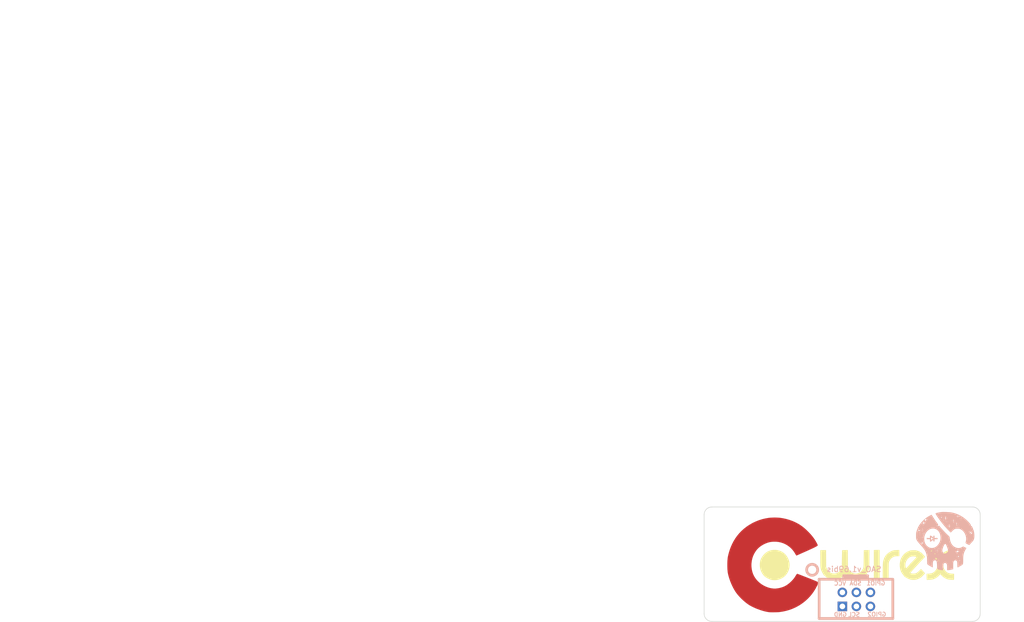
<source format=kicad_pcb>
(kicad_pcb (version 20171130) (host pcbnew "(5.1.10)-1")

  (general
    (thickness 1.6)
    (drawings 40)
    (tracks 0)
    (zones 0)
    (modules 9)
    (nets 7)
  )

  (page A4)
  (layers
    (0 F.Cu signal)
    (31 B.Cu signal)
    (32 B.Adhes user)
    (33 F.Adhes user)
    (34 B.Paste user)
    (35 F.Paste user)
    (36 B.SilkS user)
    (37 F.SilkS user)
    (38 B.Mask user)
    (39 F.Mask user)
    (40 Dwgs.User user)
    (41 Cmts.User user)
    (42 Eco1.User user)
    (43 Eco2.User user)
    (44 Edge.Cuts user)
    (45 Margin user)
    (46 B.CrtYd user)
    (47 F.CrtYd user)
    (48 B.Fab user)
    (49 F.Fab user)
  )

  (setup
    (last_trace_width 0.25)
    (trace_clearance 0.2)
    (zone_clearance 0.508)
    (zone_45_only no)
    (trace_min 0.2)
    (via_size 0.6)
    (via_drill 0.4)
    (via_min_size 0.4)
    (via_min_drill 0.3)
    (uvia_size 0.3)
    (uvia_drill 0.1)
    (uvias_allowed no)
    (uvia_min_size 0.2)
    (uvia_min_drill 0.1)
    (edge_width 0.15)
    (segment_width 0.2)
    (pcb_text_width 0.3)
    (pcb_text_size 1.5 1.5)
    (mod_edge_width 0.15)
    (mod_text_size 1 1)
    (mod_text_width 0.15)
    (pad_size 1.524 1.524)
    (pad_drill 0.762)
    (pad_to_mask_clearance 0.2)
    (aux_axis_origin 0 0)
    (visible_elements 7FFFFFFF)
    (pcbplotparams
      (layerselection 0x010f0_ffffffff)
      (usegerberextensions false)
      (usegerberattributes false)
      (usegerberadvancedattributes true)
      (creategerberjobfile true)
      (excludeedgelayer true)
      (linewidth 0.100000)
      (plotframeref false)
      (viasonmask false)
      (mode 1)
      (useauxorigin false)
      (hpglpennumber 1)
      (hpglpenspeed 20)
      (hpglpendiameter 15.000000)
      (psnegative false)
      (psa4output false)
      (plotreference true)
      (plotvalue true)
      (plotinvisibletext false)
      (padsonsilk false)
      (subtractmaskfromsilk false)
      (outputformat 1)
      (mirror false)
      (drillshape 0)
      (scaleselection 1)
      (outputdirectory "gerbers/"))
  )

  (net 0 "")
  (net 1 "Net-(X1-Pad5)")
  (net 2 "Net-(X1-Pad6)")
  (net 3 "Net-(X1-Pad3)")
  (net 4 "Net-(X1-Pad4)")
  (net 5 "Net-(X1-Pad1)")
  (net 6 "Net-(X1-Pad2)")

  (net_class Default "This is the default net class."
    (clearance 0.2)
    (trace_width 0.25)
    (via_dia 0.6)
    (via_drill 0.4)
    (uvia_dia 0.3)
    (uvia_drill 0.1)
    (add_net "Net-(X1-Pad1)")
    (add_net "Net-(X1-Pad2)")
    (add_net "Net-(X1-Pad3)")
    (add_net "Net-(X1-Pad4)")
    (add_net "Net-(X1-Pad5)")
    (add_net "Net-(X1-Pad6)")
  )

  (module BadgePiratesLogos:BPSkull_Distressed_10x10_BSILK (layer F.Cu) (tedit 60FA3227) (tstamp 61305F2B)
    (at 168.35 96.65)
    (fp_text reference G*** (at 2.3114 -0.8128) (layer B.SilkS) hide
      (effects (font (size 0.1 0.1) (thickness 0.025)))
    )
    (fp_text value "BP Logo" (at 2.3368 -0.635) (layer B.SilkS) hide
      (effects (font (size 0.1 0.1) (thickness 0.025)))
    )
    (fp_poly (pts (xy -2.543448 -0.957753) (xy -2.400288 -0.861304) (xy -2.374228 -0.842045) (xy -2.129692 -0.659962)
      (xy -2.110154 -0.828212) (xy -2.090326 -0.936955) (xy -2.057084 -0.986573) (xy -2.012461 -0.996461)
      (xy -1.967798 -0.9866) (xy -1.941994 -0.945141) (xy -1.928083 -0.854276) (xy -1.922426 -0.766316)
      (xy -1.910544 -0.53617) (xy -1.661964 -0.559383) (xy -1.514964 -0.568522) (xy -1.425058 -0.560314)
      (xy -1.372623 -0.532335) (xy -1.363497 -0.522484) (xy -1.334698 -0.448019) (xy -1.354927 -0.397263)
      (xy -1.393497 -0.361609) (xy -1.46344 -0.344528) (xy -1.583707 -0.342782) (xy -1.655507 -0.345934)
      (xy -1.914769 -0.359714) (xy -1.914769 -0.165103) (xy -1.927826 -0.022508) (xy -1.9631 0.067865)
      (xy -2.01475 0.096846) (xy -2.064191 0.069409) (xy -2.096292 0.000428) (xy -2.110141 -0.10245)
      (xy -2.110154 -0.105508) (xy -2.115315 -0.192812) (xy -2.12791 -0.233984) (xy -2.129582 -0.234461)
      (xy -2.168117 -0.212931) (xy -2.252353 -0.155977) (xy -2.36546 -0.075058) (xy -2.387881 -0.058615)
      (xy -2.520735 0.037303) (xy -2.606274 0.092025) (xy -2.658922 0.112274) (xy -2.693106 0.104771)
      (xy -2.709333 0.09118) (xy -2.72386 0.040395) (xy -2.733317 -0.062235) (xy -2.735384 -0.14684)
      (xy -2.735384 -0.358809) (xy -2.979615 -0.350756) (xy -3.145101 -0.346063) (xy -3.246975 -0.348445)
      (xy -3.299743 -0.3626) (xy -3.317909 -0.393224) (xy -3.315981 -0.445015) (xy -3.315376 -0.450316)
      (xy -2.54 -0.450316) (xy -2.537218 -0.309847) (xy -2.520956 -0.236509) (xy -2.479337 -0.226051)
      (xy -2.400484 -0.27422) (xy -2.291375 -0.361309) (xy -2.179519 -0.452943) (xy -2.310913 -0.551625)
      (xy -2.429129 -0.638658) (xy -2.497549 -0.673971) (xy -2.529778 -0.65155) (xy -2.539415 -0.565378)
      (xy -2.54 -0.450316) (xy -3.315376 -0.450316) (xy -3.314365 -0.459154) (xy -3.302 -0.566615)
      (xy -2.735384 -0.538753) (xy -2.735384 -0.759064) (xy -2.727612 -0.90029) (xy -2.698663 -0.979187)
      (xy -2.640091 -0.997694) (xy -2.543448 -0.957753)) (layer B.SilkS) (width 0.01))
    (fp_poly (pts (xy -0.126879 -5.270691) (xy 0.139166 -5.264222) (xy 0.17547 -5.263225) (xy 0.485142 -5.253004)
      (xy 0.736753 -5.239453) (xy 0.950393 -5.219605) (xy 1.146155 -5.190494) (xy 1.34413 -5.149155)
      (xy 1.564408 -5.09262) (xy 1.816862 -5.020904) (xy 2.335584 -4.833391) (xy 2.850085 -4.577373)
      (xy 3.345366 -4.261752) (xy 3.806427 -3.895432) (xy 3.973676 -3.740796) (xy 4.235306 -3.478945)
      (xy 4.437297 -3.256611) (xy 4.578596 -3.075149) (xy 4.658151 -2.935917) (xy 4.674912 -2.840272)
      (xy 4.67416 -2.836965) (xy 4.667478 -2.748029) (xy 4.698641 -2.714) (xy 4.750419 -2.737519)
      (xy 4.784822 -2.740856) (xy 4.830303 -2.693461) (xy 4.893647 -2.586725) (xy 4.939629 -2.497469)
      (xy 5.006487 -2.352596) (xy 5.056057 -2.223781) (xy 5.079304 -2.135038) (xy 5.08 -2.124442)
      (xy 5.092946 -2.053538) (xy 5.115945 -2.032) (xy 5.145983 -1.995605) (xy 5.180155 -1.896491)
      (xy 5.215444 -1.749766) (xy 5.24883 -1.570537) (xy 5.277295 -1.373911) (xy 5.297818 -1.174995)
      (xy 5.303358 -1.094154) (xy 5.301868 -0.761082) (xy 5.259527 -0.466368) (xy 5.178685 -0.222148)
      (xy 5.111637 -0.103398) (xy 5.04852 -0.022703) (xy 4.947143 0.095545) (xy 4.823672 0.23281)
      (xy 4.740639 0.321956) (xy 4.623216 0.449684) (xy 4.529178 0.55865) (xy 4.469792 0.635376)
      (xy 4.454769 0.66388) (xy 4.428771 0.698032) (xy 4.348596 0.689921) (xy 4.210971 0.638658)
      (xy 4.015154 0.544651) (xy 3.861626 0.463699) (xy 3.768208 0.398702) (xy 3.72542 0.330039)
      (xy 3.723785 0.238091) (xy 3.753824 0.103236) (xy 3.770923 0.039077) (xy 3.801334 -0.156308)
      (xy 4.884616 -0.156308) (xy 4.914352 -0.118366) (xy 4.923692 -0.117231) (xy 4.961634 -0.146967)
      (xy 4.962769 -0.156308) (xy 4.933033 -0.194249) (xy 4.923692 -0.195384) (xy 4.885751 -0.165648)
      (xy 4.884616 -0.156308) (xy 3.801334 -0.156308) (xy 3.82462 -0.305907) (xy 3.809382 -0.663643)
      (xy 3.729393 -1.019276) (xy 3.706426 -1.074615) (xy 5.119077 -1.074615) (xy 5.138616 -1.055077)
      (xy 5.158154 -1.074615) (xy 5.138616 -1.094154) (xy 5.119077 -1.074615) (xy 3.706426 -1.074615)
      (xy 3.588832 -1.357948) (xy 3.391881 -1.664803) (xy 3.279137 -1.792211) (xy 4.401877 -1.792211)
      (xy 4.406477 -1.753188) (xy 4.454344 -1.666801) (xy 4.544674 -1.538398) (xy 4.552632 -1.527888)
      (xy 4.669527 -1.390934) (xy 4.767085 -1.309334) (xy 4.838938 -1.286093) (xy 4.869713 -1.31559)
      (xy 4.975795 -1.31559) (xy 4.981159 -1.292358) (xy 5.001846 -1.289538) (xy 5.034011 -1.303836)
      (xy 5.027898 -1.31559) (xy 4.981522 -1.320266) (xy 4.975795 -1.31559) (xy 4.869713 -1.31559)
      (xy 4.878715 -1.324217) (xy 4.884616 -1.371198) (xy 4.855381 -1.451194) (xy 4.786513 -1.534939)
      (xy 4.706265 -1.59194) (xy 4.671831 -1.600854) (xy 4.621991 -1.626589) (xy 4.545112 -1.688681)
      (xy 4.5257 -1.706766) (xy 4.441349 -1.77852) (xy 4.401877 -1.792211) (xy 3.279137 -1.792211)
      (xy 3.244528 -1.831321) (xy 3.202093 -1.86864) (xy 4.536518 -1.86864) (xy 4.564515 -1.841511)
      (xy 4.572 -1.836615) (xy 4.630801 -1.802494) (xy 4.648926 -1.812642) (xy 4.650154 -1.836615)
      (xy 4.617934 -1.869459) (xy 4.581769 -1.875094) (xy 4.536518 -1.86864) (xy 3.202093 -1.86864)
      (xy 3.106496 -1.952711) (xy 2.946706 -2.07022) (xy 2.850325 -2.129692) (xy 2.745235 -2.18419)
      (xy 2.653959 -2.2186) (xy 2.553025 -2.237485) (xy 2.418957 -2.245403) (xy 2.246923 -2.246923)
      (xy 2.061261 -2.24496) (xy 1.931548 -2.236336) (xy 1.835621 -2.216945) (xy 1.751317 -2.182683)
      (xy 1.676406 -2.141253) (xy 1.560239 -2.059088) (xy 1.421923 -1.941225) (xy 1.289585 -1.811799)
      (xy 1.27793 -1.79933) (xy 1.172742 -1.69021) (xy 1.085351 -1.607777) (xy 1.030589 -1.565754)
      (xy 1.022617 -1.563077) (xy 0.981464 -1.590632) (xy 0.897052 -1.667093) (xy 0.77827 -1.783157)
      (xy 0.634007 -1.92952) (xy 0.473151 -2.096876) (xy 0.304594 -2.275923) (xy 0.137222 -2.457354)
      (xy -0.020073 -2.631867) (xy -0.127909 -2.755264) (xy 0.656073 -2.755264) (xy 0.668082 -2.684521)
      (xy 0.673441 -2.67233) (xy 0.707823 -2.613095) (xy 0.749737 -2.611254) (xy 0.807472 -2.645476)
      (xy 0.870211 -2.693891) (xy 0.871898 -2.734271) (xy 0.837342 -2.777569) (xy 0.773973 -2.82461)
      (xy 0.708213 -2.807423) (xy 0.70331 -2.804423) (xy 0.656073 -2.755264) (xy -0.127909 -2.755264)
      (xy -0.158403 -2.790157) (xy -0.191574 -2.829478) (xy 2.230299 -2.829478) (xy 2.244258 -2.79715)
      (xy 2.288791 -2.757714) (xy 2.352601 -2.721523) (xy 2.380778 -2.719445) (xy 2.366819 -2.751772)
      (xy 2.322286 -2.791209) (xy 2.258477 -2.8274) (xy 2.230299 -2.829478) (xy -0.191574 -2.829478)
      (xy -0.223877 -2.867769) (xy -0.275074 -2.930769) (xy 4.181231 -2.930769) (xy 4.195529 -2.898604)
      (xy 4.207282 -2.904718) (xy 4.211959 -2.951093) (xy 4.207282 -2.95682) (xy 4.184051 -2.951456)
      (xy 4.181231 -2.930769) (xy -0.275074 -2.930769) (xy -0.38622 -3.067538) (xy -0.117231 -3.067538)
      (xy -0.097692 -3.048) (xy -0.078154 -3.067538) (xy -0.097692 -3.087077) (xy -0.117231 -3.067538)
      (xy -0.38622 -3.067538) (xy -0.422905 -3.11268) (xy -0.479306 -3.184563) (xy 2.006757 -3.184563)
      (xy 2.008967 -3.098455) (xy 2.011213 -3.09101) (xy 2.050654 -3.019808) (xy 2.103889 -3.024229)
      (xy 2.15274 -3.071767) (xy 2.182494 -3.127237) (xy 2.149811 -3.174205) (xy 2.130318 -3.189144)
      (xy 2.05209 -3.218816) (xy 2.006757 -3.184563) (xy -0.479306 -3.184563) (xy -0.510128 -3.223846)
      (xy 4.376616 -3.223846) (xy 4.396154 -3.204308) (xy 4.415692 -3.223846) (xy 4.396154 -3.243384)
      (xy 4.376616 -3.223846) (xy -0.510128 -3.223846) (xy -0.626493 -3.372152) (xy -0.665135 -3.422915)
      (xy 1.730977 -3.422915) (xy 1.758462 -3.399692) (xy 1.820814 -3.364546) (xy 1.829121 -3.377783)
      (xy 1.824238 -3.386667) (xy 2.63118 -3.386667) (xy 2.636544 -3.363435) (xy 2.657231 -3.360615)
      (xy 2.689396 -3.374913) (xy 2.683282 -3.386667) (xy 2.636907 -3.391343) (xy 2.63118 -3.386667)
      (xy 1.824238 -3.386667) (xy 1.817077 -3.399692) (xy 1.760008 -3.436845) (xy 1.746386 -3.438171)
      (xy 1.730977 -3.422915) (xy -0.665135 -3.422915) (xy -0.797497 -3.596795) (xy 0.279109 -3.596795)
      (xy 0.291864 -3.557962) (xy 0.340632 -3.534073) (xy 0.357797 -3.540235) (xy 0.374244 -3.581664)
      (xy 0.355749 -3.606651) (xy 0.303213 -3.629034) (xy 0.279109 -3.596795) (xy -0.797497 -3.596795)
      (xy -0.828802 -3.637918) (xy -0.855708 -3.67428) (xy 1.415929 -3.67428) (xy 1.458187 -3.624822)
      (xy 1.465848 -3.619109) (xy 1.542356 -3.586072) (xy 1.607347 -3.591179) (xy 1.633816 -3.630036)
      (xy 1.630787 -3.645946) (xy 1.579491 -3.713579) (xy 1.50353 -3.742584) (xy 1.439253 -3.721345)
      (xy 1.415929 -3.67428) (xy -0.855708 -3.67428) (xy -0.96787 -3.825858) (xy -0.271643 -3.825858)
      (xy -0.259103 -3.770131) (xy -0.219602 -3.729017) (xy -0.193763 -3.732848) (xy -0.175968 -3.776627)
      (xy -0.199055 -3.814423) (xy -0.250742 -3.853062) (xy -0.271643 -3.825858) (xy -0.96787 -3.825858)
      (xy -1.023997 -3.901709) (xy -1.070429 -3.966308) (xy -0.312615 -3.966308) (xy -0.293077 -3.946769)
      (xy -0.273538 -3.966308) (xy -0.293077 -3.985846) (xy -0.312615 -3.966308) (xy -1.070429 -3.966308)
      (xy -1.114127 -4.027104) (xy 2.830751 -4.027104) (xy 2.840652 -4.010835) (xy 2.897377 -3.987063)
      (xy 2.929635 -4.028889) (xy 2.930769 -4.044461) (xy 2.910892 -4.096482) (xy 2.893999 -4.103077)
      (xy 2.842971 -4.077221) (xy 2.830751 -4.027104) (xy -1.114127 -4.027104) (xy -1.20624 -4.155255)
      (xy -1.220048 -4.17511) (xy -0.02602 -4.17511) (xy -0.014131 -4.122615) (xy 0.040845 -4.072505)
      (xy 0.129822 -4.07222) (xy 0.18965 -4.098706) (xy 0.222268 -4.141773) (xy 0.199465 -4.212667)
      (xy 0.198044 -4.215338) (xy 0.131372 -4.283908) (xy 0.055999 -4.293153) (xy -0.004367 -4.253434)
      (xy -0.02602 -4.17511) (xy -1.220048 -4.17511) (xy -1.298193 -4.287476) (xy -0.752151 -4.287476)
      (xy -0.716072 -4.239741) (xy -0.710686 -4.23573) (xy -0.640659 -4.207711) (xy -0.583429 -4.217185)
      (xy -0.56625 -4.256731) (xy -0.572924 -4.273248) (xy -0.63214 -4.364002) (xy -0.676179 -4.389178)
      (xy -0.718929 -4.355747) (xy -0.723962 -4.349047) (xy -0.752151 -4.287476) (xy -1.298193 -4.287476)
      (xy -1.369694 -4.390287) (xy -1.474872 -4.54806) (xy -1.002567 -4.54806) (xy -0.996461 -4.532923)
      (xy -0.961347 -4.495644) (xy -0.955078 -4.493846) (xy -0.938294 -4.52408) (xy -0.937846 -4.532923)
      (xy -0.951897 -4.550498) (xy 2.203283 -4.550498) (xy 2.228456 -4.481441) (xy 2.249353 -4.457731)
      (xy 2.332286 -4.398293) (xy 2.388932 -4.41134) (xy 2.41505 -4.482044) (xy 2.397878 -4.554149)
      (xy 2.337571 -4.585165) (xy 2.242879 -4.589731) (xy 2.203283 -4.550498) (xy -0.951897 -4.550498)
      (xy -0.967887 -4.570498) (xy -0.979229 -4.572) (xy -1.002567 -4.54806) (xy -1.474872 -4.54806)
      (xy -1.508523 -4.598537) (xy -1.61689 -4.771737) (xy -1.688957 -4.901616) (xy -1.718889 -4.979906)
      (xy -1.719385 -4.986401) (xy -1.715712 -5.016887) (xy -1.697185 -5.041628) (xy -1.652539 -5.064345)
      (xy -1.570509 -5.088762) (xy -1.439831 -5.118599) (xy -1.24924 -5.157579) (xy -1.129182 -5.181419)
      (xy -0.943426 -5.217152) (xy -0.788996 -5.243049) (xy -0.648009 -5.260229) (xy -0.502583 -5.269816)
      (xy -0.334834 -5.272929) (xy -0.126879 -5.270691)) (layer B.SilkS) (width 0.01))
    (fp_poly (pts (xy -2.438927 -4.757491) (xy -2.413077 -4.719712) (xy -2.354399 -4.628404) (xy -2.27113 -4.496534)
      (xy -2.171505 -4.337071) (xy -2.152436 -4.306381) (xy -2.019891 -4.10012) (xy -1.859846 -3.862009)
      (xy -1.69273 -3.621926) (xy -1.542991 -3.415142) (xy -1.409592 -3.233456) (xy -1.319352 -3.103678)
      (xy -1.26697 -3.016398) (xy -1.247149 -2.962206) (xy -1.25459 -2.931691) (xy -1.265849 -2.922934)
      (xy -1.309484 -2.869338) (xy -1.327277 -2.792465) (xy -1.317256 -2.724343) (xy -1.279769 -2.696906)
      (xy -1.183637 -2.730793) (xy -1.129167 -2.804231) (xy -1.100024 -2.8002) (xy -1.037352 -2.744526)
      (xy -0.953677 -2.648706) (xy -0.937692 -2.628517) (xy -0.759332 -2.410553) (xy -0.538512 -2.156931)
      (xy -0.290841 -1.884297) (xy -0.031927 -1.609301) (xy 0.22262 -1.348591) (xy 0.457193 -1.118813)
      (xy 0.612356 -0.975248) (xy 0.719139 -0.875626) (xy 0.78138 -0.797007) (xy 0.81442 -0.710173)
      (xy 0.833599 -0.585907) (xy 0.838044 -0.545402) (xy 0.913027 -0.113416) (xy 1.038822 0.265293)
      (xy 1.213555 0.588282) (xy 1.435354 0.853106) (xy 1.702347 1.057321) (xy 2.012659 1.198482)
      (xy 2.214428 1.25103) (xy 2.499268 1.273252) (xy 2.776684 1.22342) (xy 3.0583 1.099386)
      (xy 3.069825 1.092846) (xy 3.273304 0.976427) (xy 3.571526 1.118051) (xy 3.869747 1.259676)
      (xy 3.74945 1.460223) (xy 3.59366 1.736776) (xy 3.474358 1.993046) (xy 3.387278 2.246462)
      (xy 3.328152 2.514454) (xy 3.292713 2.814453) (xy 3.276694 3.163887) (xy 3.274623 3.399692)
      (xy 3.271935 3.694427) (xy 3.262925 3.916741) (xy 3.247229 4.072139) (xy 3.224481 4.166126)
      (xy 3.22379 4.167805) (xy 3.185405 4.231654) (xy 3.117107 4.298199) (xy 3.007129 4.376392)
      (xy 2.843706 4.475183) (xy 2.748676 4.529261) (xy 2.583015 4.620443) (xy 2.440098 4.695491)
      (xy 2.334625 4.746936) (xy 2.281294 4.767308) (xy 2.280065 4.767379) (xy 2.258715 4.734905)
      (xy 2.242001 4.635032) (xy 2.229513 4.464096) (xy 2.22145 4.242648) (xy 2.214453 4.024114)
      (xy 2.205171 3.868608) (xy 2.191326 3.761003) (xy 2.170639 3.686174) (xy 2.140834 3.628993)
      (xy 2.125829 3.607648) (xy 2.013296 3.513712) (xy 1.979243 3.50555) (xy 2.508105 3.50555)
      (xy 2.527789 3.530763) (xy 2.585951 3.545633) (xy 2.639452 3.504457) (xy 2.648276 3.485173)
      (xy 2.629014 3.448302) (xy 2.582333 3.438769) (xy 2.512038 3.457674) (xy 2.508105 3.50555)
      (xy 1.979243 3.50555) (xy 1.875709 3.480735) (xy 1.733549 3.506154) (xy 1.607297 3.587409)
      (xy 1.53651 3.681321) (xy 1.509851 3.742147) (xy 1.490779 3.819039) (xy 1.478087 3.925281)
      (xy 1.470568 4.074153) (xy 1.467016 4.27894) (xy 1.466254 4.454769) (xy 1.465385 5.099539)
      (xy 1.074616 5.187659) (xy 0.890461 5.224727) (xy 0.71694 5.251877) (xy 0.579468 5.265478)
      (xy 0.527539 5.265813) (xy 0.371231 5.255846) (xy 0.37003 4.766128) (xy 0.367818 4.552371)
      (xy 0.360974 4.399974) (xy 0.347347 4.292184) (xy 0.324787 4.212244) (xy 0.291144 4.143403)
      (xy 0.289812 4.141112) (xy 0.183322 4.018862) (xy 0.053515 3.957448) (xy -0.081678 3.95846)
      (xy -0.204326 4.023486) (xy -0.263275 4.092111) (xy -0.292803 4.151996) (xy -0.31413 4.236548)
      (xy -0.32903 4.359655) (xy -0.33928 4.535201) (xy -0.34567 4.736259) (xy -0.359187 5.275385)
      (xy -0.521516 5.272278) (xy -0.652693 5.261679) (xy -0.815303 5.237794) (xy -0.918308 5.217715)
      (xy -1.07154 5.183117) (xy -1.216205 5.148874) (xy -1.289538 5.130513) (xy -1.426308 5.094767)
      (xy -1.449113 4.449487) (xy -1.459738 4.192948) (xy -1.471984 4.000966) (xy -1.487516 3.859947)
      (xy -1.507995 3.756294) (xy -1.535086 3.676412) (xy -1.546806 3.650796) (xy -1.603231 3.552308)
      (xy -1.665554 3.505138) (xy -1.766017 3.487022) (xy -1.786276 3.485442) (xy -1.934959 3.488833)
      (xy -2.047939 3.528509) (xy -2.129414 3.612162) (xy -2.183583 3.747483) (xy -2.214645 3.942165)
      (xy -2.226798 4.2039) (xy -2.227384 4.293631) (xy -2.227384 4.76545) (xy -2.334846 4.724929)
      (xy -2.461125 4.668894) (xy -2.613095 4.588944) (xy -2.775408 4.494777) (xy -2.93272 4.396092)
      (xy -3.069683 4.302587) (xy -3.170952 4.22396) (xy -3.22118 4.169908) (xy -3.223689 4.163209)
      (xy -3.229875 4.099506) (xy -3.236715 3.971919) (xy -3.243641 3.794708) (xy -3.250086 3.582134)
      (xy -3.254547 3.392816) (xy -1.308713 3.392816) (xy -1.296901 3.430517) (xy -1.242725 3.501935)
      (xy -1.204406 3.543662) (xy -1.102635 3.637915) (xy -1.0385 3.673136) (xy -1.016001 3.647137)
      (xy -1.016 3.646698) (xy -1.041977 3.604087) (xy -1.105464 3.538441) (xy -1.184795 3.468552)
      (xy -1.258303 3.413212) (xy -1.304324 3.391213) (xy -1.308713 3.392816) (xy -3.254547 3.392816)
      (xy -3.254742 3.384555) (xy 1.654663 3.384555) (xy 1.660769 3.399692) (xy 1.695884 3.436971)
      (xy 1.702152 3.438769) (xy 1.718937 3.408536) (xy 1.719385 3.399692) (xy 1.689344 3.362117)
      (xy 1.678002 3.360616) (xy 1.654663 3.384555) (xy -3.254742 3.384555) (xy -3.254846 3.380154)
      (xy -3.260577 3.126855) (xy -3.261833 3.091924) (xy -1.829308 3.091924) (xy -1.795988 3.15572)
      (xy -1.709615 3.24279) (xy -1.622309 3.319648) (xy -1.570436 3.35214) (xy -1.532435 3.349378)
      (xy -1.501611 3.330709) (xy -1.479347 3.304442) (xy -1.243604 3.304442) (xy -1.229692 3.318879)
      (xy -1.203921 3.320296) (xy -1.132353 3.299541) (xy -1.112085 3.279862) (xy -1.097339 3.229692)
      (xy -1.133785 3.226255) (xy -1.194699 3.262084) (xy -1.243604 3.304442) (xy -1.479347 3.304442)
      (xy -1.43726 3.254788) (xy -1.439033 3.174456) (xy -1.462806 3.145692) (xy 1.719385 3.145692)
      (xy 1.738923 3.165231) (xy 1.758462 3.145692) (xy 1.738923 3.126154) (xy 1.719385 3.145692)
      (xy -1.462806 3.145692) (xy -1.497191 3.10409) (xy -1.601994 3.058064) (xy -1.693154 3.048)
      (xy -1.795197 3.057993) (xy -1.829308 3.091924) (xy -3.261833 3.091924) (xy -3.26751 2.934183)
      (xy -3.268576 2.91908) (xy 2.309369 2.91908) (xy 2.32736 2.930351) (xy 2.344616 2.930769)
      (xy 2.382557 2.901033) (xy 2.383692 2.891692) (xy 2.416421 2.859943) (xy 2.461846 2.852616)
      (xy 2.525488 2.828568) (xy 2.534663 2.773484) (xy 2.48877 2.712955) (xy 2.465472 2.698248)
      (xy 2.410425 2.68183) (xy 2.373588 2.717913) (xy 2.348241 2.780858) (xy 2.316159 2.876292)
      (xy 2.309369 2.91908) (xy -3.268576 2.91908) (xy -3.27465 2.833077) (xy -2.188308 2.833077)
      (xy -2.168769 2.852616) (xy -2.149231 2.833077) (xy -2.168769 2.813539) (xy -2.188308 2.833077)
      (xy -3.27465 2.833077) (xy -3.278073 2.784621) (xy -3.294694 2.660653) (xy -3.319798 2.54476)
      (xy -3.349238 2.442308) (xy -2.696308 2.442308) (xy -2.676769 2.461846) (xy -2.657231 2.442308)
      (xy 2.305539 2.442308) (xy 2.325077 2.461846) (xy 2.344616 2.442308) (xy 2.325077 2.422769)
      (xy 2.305539 2.442308) (xy -2.657231 2.442308) (xy -2.676769 2.422769) (xy -2.696308 2.442308)
      (xy -3.349238 2.442308) (xy -3.355814 2.419426) (xy -3.373726 2.364154) (xy -2.579077 2.364154)
      (xy -2.559538 2.383692) (xy -2.557232 2.381386) (xy -1.211384 2.381386) (xy -1.183018 2.421179)
      (xy -1.172308 2.422769) (xy -1.134247 2.409437) (xy -1.133231 2.405537) (xy -1.160613 2.372174)
      (xy -1.172308 2.364154) (xy -1.208316 2.367252) (xy -1.211384 2.381386) (xy -2.557232 2.381386)
      (xy -2.54 2.364154) (xy -2.559538 2.344616) (xy -2.579077 2.364154) (xy -3.373726 2.364154)
      (xy -3.405169 2.267134) (xy -3.405391 2.266462) (xy -2.735384 2.266462) (xy -2.721087 2.298626)
      (xy -2.709333 2.292513) (xy -2.707186 2.271216) (xy -1.933196 2.271216) (xy -1.926902 2.30244)
      (xy -1.885977 2.355698) (xy -1.819157 2.377074) (xy -1.756256 2.365929) (xy -1.727087 2.321628)
      (xy -1.728283 2.306685) (xy -1.771174 2.258334) (xy -1.843662 2.234853) (xy -1.91696 2.235213)
      (xy -1.933196 2.271216) (xy -2.707186 2.271216) (xy -2.704656 2.246138) (xy -2.709333 2.24041)
      (xy -2.732564 2.245774) (xy -2.735384 2.266462) (xy -3.405391 2.266462) (xy -3.411868 2.246923)
      (xy -3.507819 1.984744) (xy -3.585934 1.816504) (xy -2.608592 1.816504) (xy -2.600822 1.861406)
      (xy -2.530231 1.884775) (xy -2.442483 1.87048) (xy -2.369517 1.815824) (xy -2.363974 1.802323)
      (xy -1.484923 1.802323) (xy -1.458714 1.834509) (xy -1.404503 1.828529) (xy -1.358916 1.790164)
      (xy -1.355027 1.78182) (xy -1.349132 1.719435) (xy -1.35401 1.709893) (xy -0.503425 1.709893)
      (xy -0.475022 1.883557) (xy -0.429631 1.993345) (xy -0.313467 2.148735) (xy -0.164559 2.241053)
      (xy 0.002234 2.267213) (xy 0.17205 2.224134) (xy 0.293713 2.14343) (xy 0.421966 2.014777)
      (xy 0.433482 1.996651) (xy 2.052893 1.996651) (xy 2.056977 2.034533) (xy 2.102063 2.043843)
      (xy 2.196858 2.030437) (xy 2.31906 1.992092) (xy 2.419256 1.934362) (xy 2.432038 1.922869)
      (xy 2.511048 1.843858) (xy 2.385777 1.779078) (xy 2.295758 1.738994) (xy 2.233699 1.739309)
      (xy 2.165792 1.776358) (xy 2.09596 1.83662) (xy 2.068087 1.886362) (xy 2.058074 1.967388)
      (xy 2.052893 1.996651) (xy 0.433482 1.996651) (xy 0.503159 1.88699) (xy 0.538584 1.746392)
      (xy 0.533947 1.660769) (xy 2.344616 1.660769) (xy 2.364154 1.680308) (xy 2.383692 1.660769)
      (xy 2.364154 1.641231) (xy 2.344616 1.660769) (xy 0.533947 1.660769) (xy 0.529534 1.579305)
      (xy 0.477301 1.372054) (xy 0.389665 1.127583) (xy 0.301676 0.904037) (xy 0.235037 0.743246)
      (xy 0.18412 0.634615) (xy 0.143298 0.567549) (xy 0.106944 0.531452) (xy 0.069432 0.515729)
      (xy 0.064134 0.514621) (xy -0.024381 0.530291) (xy -0.115639 0.612891) (xy -0.211364 0.765127)
      (xy -0.31328 0.989702) (xy -0.415548 1.267075) (xy -0.483713 1.510243) (xy -0.503425 1.709893)
      (xy -1.35401 1.709893) (xy -1.35702 1.704006) (xy -1.400098 1.705321) (xy -1.453872 1.744733)
      (xy -1.484425 1.796171) (xy -1.484923 1.802323) (xy -2.363974 1.802323) (xy -2.344615 1.755174)
      (xy -2.375199 1.712973) (xy -2.445445 1.703148) (xy -2.523099 1.727487) (xy -2.545651 1.744037)
      (xy -2.608592 1.816504) (xy -3.585934 1.816504) (xy -3.61472 1.754509) (xy -3.744467 1.536603)
      (xy -3.752917 1.525034) (xy -1.713913 1.525034) (xy -1.711385 1.538638) (xy -1.685292 1.572846)
      (xy -1.625746 1.62771) (xy -1.590856 1.641231) (xy -1.563318 1.63355) (xy -1.566333 1.630173)
      (xy -1.607046 1.60099) (xy -1.660769 1.561789) (xy -1.713913 1.525034) (xy -3.752917 1.525034)
      (xy -3.8393 1.406769) (xy -3.556 1.406769) (xy -3.541702 1.438934) (xy -3.529949 1.432821)
      (xy -3.525272 1.386445) (xy -3.529949 1.380718) (xy -3.55318 1.386082) (xy -3.556 1.406769)
      (xy -3.8393 1.406769) (xy -3.908953 1.311409) (xy -3.939896 1.27446) (xy -1.167585 1.27446)
      (xy -1.157928 1.328412) (xy -1.147319 1.340579) (xy -1.098607 1.348482) (xy -1.059111 1.308875)
      (xy -1.055077 1.287232) (xy -1.086762 1.254599) (xy -1.113692 1.250462) (xy -1.167585 1.27446)
      (xy -3.939896 1.27446) (xy -4.120074 1.05931) (xy -4.158237 1.016) (xy -4.024923 1.016)
      (xy -3.993272 1.050668) (xy -3.966308 1.055077) (xy -3.914305 1.033977) (xy -3.907692 1.016)
      (xy -3.939343 0.981332) (xy -3.966308 0.976923) (xy -4.01831 0.998024) (xy -4.024923 1.016)
      (xy -4.158237 1.016) (xy -4.424854 0.71474) (xy -4.644397 0.463937) (xy -4.672262 0.431109)
      (xy -4.330018 0.431109) (xy -4.287175 0.45434) (xy -4.226355 0.45045) (xy -4.135391 0.447943)
      (xy -4.08219 0.47111) (xy -4.082016 0.471387) (xy -4.051238 0.505409) (xy -4.045919 0.468795)
      (xy -4.066016 0.364787) (xy -4.074361 0.332154) (xy -3.985846 0.332154) (xy -3.966308 0.351692)
      (xy -3.946769 0.332154) (xy -3.966308 0.312616) (xy -3.985846 0.332154) (xy -4.074361 0.332154)
      (xy -4.084356 0.293077) (xy -4.109257 0.212617) (xy -4.024923 0.212617) (xy -4.004521 0.266083)
      (xy -3.985846 0.273539) (xy -3.947888 0.245492) (xy -3.946769 0.236768) (xy -3.975174 0.183845)
      (xy -3.985846 0.175846) (xy -4.0193 0.184705) (xy -4.024923 0.212617) (xy -4.109257 0.212617)
      (xy -4.11508 0.193804) (xy -4.13399 0.166502) (xy -4.139516 0.195888) (xy -4.176053 0.294319)
      (xy -4.227549 0.332657) (xy -4.310193 0.385543) (xy -4.330018 0.431109) (xy -4.672262 0.431109)
      (xy -4.821426 0.255383) (xy -4.921137 0.130257) (xy -4.441743 0.130257) (xy -4.436379 0.153488)
      (xy -4.415692 0.156308) (xy -4.383527 0.14201) (xy -4.389641 0.130257) (xy -4.436016 0.12558)
      (xy -4.441743 0.130257) (xy -4.921137 0.130257) (xy -4.960498 0.080865) (xy -5.004081 0.019539)
      (xy -4.181231 0.019539) (xy -4.161692 0.039077) (xy -4.142154 0.019539) (xy -4.161692 0)
      (xy -4.181231 0.019539) (xy -5.004081 0.019539) (xy -5.066172 -0.067827) (xy -5.143009 -0.198904)
      (xy -5.195566 -0.320577) (xy -5.228402 -0.441057) (xy -5.229304 -0.447564) (xy -3.788274 -0.447564)
      (xy -3.75684 -0.054219) (xy -3.731435 0.069615) (xy -3.646267 0.347646) (xy -3.526082 0.581096)
      (xy -3.354034 0.801397) (xy -3.318895 0.839294) (xy -3.068404 1.05596) (xy -2.798733 1.196881)
      (xy -2.510536 1.261908) (xy -2.204469 1.250893) (xy -1.887128 1.16592) (xy -1.658337 1.044289)
      (xy -1.459015 0.879231) (xy -0.898769 0.879231) (xy -0.879231 0.898769) (xy -0.859692 0.879231)
      (xy -0.879231 0.859692) (xy -0.898769 0.879231) (xy -1.459015 0.879231) (xy -1.435043 0.85938)
      (xy -1.229308 0.625796) (xy -1.053192 0.358136) (xy -0.918753 0.071002) (xy -0.87566 -0.058615)
      (xy -0.815852 -0.379362) (xy -0.809526 -0.721482) (xy -0.853916 -1.062913) (xy -0.94625 -1.381598)
      (xy -1.074265 -1.640675) (xy -1.278464 -1.898829) (xy -1.518508 -2.092246) (xy -1.785221 -2.220076)
      (xy -2.069428 -2.281468) (xy -2.361955 -2.275569) (xy -2.653627 -2.201529) (xy -2.935269 -2.058497)
      (xy -3.197706 -1.845622) (xy -3.204993 -1.838343) (xy -3.452089 -1.536435) (xy -3.63336 -1.197871)
      (xy -3.746268 -0.831848) (xy -3.788274 -0.447564) (xy -5.229304 -0.447564) (xy -5.246077 -0.568555)
      (xy -5.250946 -0.666852) (xy -4.914111 -0.666852) (xy -4.908766 -0.664308) (xy -4.873105 -0.691817)
      (xy -4.866348 -0.701553) (xy -4.163456 -0.701553) (xy -4.159293 -0.615406) (xy -4.143284 -0.539399)
      (xy -4.120449 -0.508) (xy -4.113543 -0.542659) (xy -4.112388 -0.629235) (xy -4.113445 -0.664161)
      (xy -4.123445 -0.758257) (xy -4.142754 -0.775405) (xy -4.151567 -0.763331) (xy -4.163456 -0.701553)
      (xy -4.866348 -0.701553) (xy -4.865077 -0.703384) (xy -4.855119 -0.739917) (xy -4.860464 -0.742461)
      (xy -4.896125 -0.714952) (xy -4.904154 -0.703384) (xy -4.914111 -0.666852) (xy -5.250946 -0.666852)
      (xy -5.253148 -0.711282) (xy -5.254175 -0.877449) (xy -5.253897 -0.957384) (xy -5.252094 -1.179939)
      (xy -5.24896 -1.27) (xy -4.689231 -1.27) (xy -4.669692 -1.250461) (xy -4.650154 -1.27)
      (xy -4.669692 -1.289538) (xy -4.611077 -1.289538) (xy -4.579426 -1.25487) (xy -4.552461 -1.250461)
      (xy -4.500459 -1.271562) (xy -4.493846 -1.289538) (xy -4.516928 -1.314822) (xy -3.882329 -1.314822)
      (xy -3.864618 -1.258842) (xy -3.857007 -1.246276) (xy -3.818896 -1.193788) (xy -3.7938 -1.209511)
      (xy -3.774554 -1.250126) (xy -3.754339 -1.320734) (xy -3.759191 -1.349448) (xy -3.8078 -1.354848)
      (xy -3.841645 -1.345598) (xy -3.882329 -1.314822) (xy -4.516928 -1.314822) (xy -4.525497 -1.324207)
      (xy -4.552461 -1.328615) (xy -4.604464 -1.307515) (xy -4.611077 -1.289538) (xy -4.669692 -1.289538)
      (xy -4.689231 -1.27) (xy -5.24896 -1.27) (xy -5.246292 -1.346664) (xy -5.244218 -1.367692)
      (xy -4.142154 -1.367692) (xy -4.114107 -1.329734) (xy -4.105383 -1.328615) (xy -4.05246 -1.35702)
      (xy -4.044461 -1.367692) (xy -4.05332 -1.401146) (xy -4.081232 -1.406769) (xy -4.134698 -1.386367)
      (xy -4.142154 -1.367692) (xy -5.244218 -1.367692) (xy -5.233149 -1.479877) (xy -5.20932 -1.601901)
      (xy -5.171462 -1.735055) (xy -5.116231 -1.90166) (xy -5.10947 -1.92147) (xy -5.106982 -1.928377)
      (xy -4.923692 -1.928377) (xy -4.902642 -1.885581) (xy -4.828977 -1.884779) (xy -4.819107 -1.886574)
      (xy -4.713903 -1.882057) (xy -4.660008 -1.852052) (xy -4.581286 -1.800921) (xy -4.521733 -1.825032)
      (xy -4.512327 -1.838327) (xy -4.511843 -1.89893) (xy -4.556566 -1.954156) (xy -4.618278 -1.97184)
      (xy -4.627212 -1.969283) (xy -4.689905 -1.979775) (xy -4.72615 -2.009862) (xy -4.726758 -2.010155)
      (xy -4.181231 -2.010155) (xy -4.173813 -1.962602) (xy -4.135003 -1.960574) (xy -4.085737 -1.977948)
      (xy -4.045138 -2.011047) (xy -4.06743 -2.055672) (xy -4.127572 -2.090158) (xy -4.172321 -2.057275)
      (xy -4.181231 -2.010155) (xy -4.726758 -2.010155) (xy -4.79374 -2.042405) (xy -4.868754 -2.021526)
      (xy -4.918338 -1.960776) (xy -4.923692 -1.928377) (xy -5.106982 -1.928377) (xy -5.037082 -2.122417)
      (xy -4.95754 -2.325834) (xy -4.88874 -2.487897) (xy -3.738359 -2.487897) (xy -3.732995 -2.464666)
      (xy -3.712308 -2.461846) (xy -3.680143 -2.476144) (xy -3.686256 -2.487897) (xy -3.732631 -2.492574)
      (xy -3.738359 -2.487897) (xy -4.88874 -2.487897) (xy -4.882592 -2.502379) (xy -4.843435 -2.585778)
      (xy -4.778854 -2.696308) (xy -1.563077 -2.696308) (xy -1.548779 -2.664143) (xy -1.537026 -2.670256)
      (xy -1.532349 -2.716631) (xy -1.537026 -2.722359) (xy -1.560257 -2.716995) (xy -1.563077 -2.696308)
      (xy -4.778854 -2.696308) (xy -4.672394 -2.878511) (xy -4.53256 -3.071506) (xy -4.064 -3.071506)
      (xy -4.02932 -3.067882) (xy -3.942866 -3.065893) (xy -3.910278 -3.065762) (xy -3.813967 -3.071578)
      (xy -3.784919 -3.091851) (xy -3.795904 -3.113174) (xy -3.859037 -3.144518) (xy -3.887058 -3.140705)
      (xy -3.949171 -3.147088) (xy -3.964832 -3.162843) (xy -3.966826 -3.208491) (xy -3.917434 -3.228518)
      (xy -3.840094 -3.219867) (xy -3.770621 -3.188165) (xy -3.703052 -3.154497) (xy -3.673298 -3.160663)
      (xy -3.673231 -3.162024) (xy -3.701468 -3.216365) (xy -3.708639 -3.221579) (xy -3.728856 -3.27212)
      (xy -3.72362 -3.321577) (xy -3.723188 -3.379733) (xy -3.776939 -3.398977) (xy -3.803501 -3.399692)
      (xy -3.896724 -3.424563) (xy -3.947778 -3.468077) (xy -3.979827 -3.514677) (xy -3.978699 -3.495075)
      (xy -3.970749 -3.468765) (xy -3.970156 -3.39136) (xy -3.993998 -3.279252) (xy -4.006875 -3.23916)
      (xy -4.041405 -3.140117) (xy -4.061722 -3.079564) (xy -4.064 -3.071506) (xy -4.53256 -3.071506)
      (xy -4.446372 -3.19046) (xy -4.179898 -3.505114) (xy -4.046486 -3.642383) (xy -3.699391 -3.642383)
      (xy -3.657847 -3.639997) (xy -3.600663 -3.662029) (xy -1.830316 -3.662029) (xy -1.820808 -3.640191)
      (xy -1.781462 -3.598241) (xy -1.758842 -3.606846) (xy -1.758461 -3.612309) (xy -1.786217 -3.645361)
      (xy -1.803576 -3.657424) (xy -1.830316 -3.662029) (xy -3.600663 -3.662029) (xy -3.560494 -3.677505)
      (xy -3.522927 -3.695631) (xy -3.440172 -3.754501) (xy -3.40033 -3.817404) (xy -3.399692 -3.824585)
      (xy -3.393006 -3.849077) (xy -1.953846 -3.849077) (xy -1.934308 -3.829538) (xy -1.914769 -3.849077)
      (xy -1.934308 -3.868615) (xy -1.953846 -3.849077) (xy -3.393006 -3.849077) (xy -3.377179 -3.907042)
      (xy -3.358173 -3.933581) (xy -3.352772 -3.967838) (xy -3.418675 -3.994985) (xy -3.44593 -4.000955)
      (xy -3.56526 -3.997325) (xy -3.642279 -3.940492) (xy -3.662934 -3.843022) (xy -3.657199 -3.812033)
      (xy -3.659967 -3.724757) (xy -3.679651 -3.685033) (xy -3.699391 -3.642383) (xy -4.046486 -3.642383)
      (xy -3.887502 -3.805962) (xy -3.583713 -4.076494) (xy -3.417805 -4.205816) (xy -3.397012 -4.220308)
      (xy -3.087077 -4.220308) (xy -3.073744 -4.182247) (xy -3.069845 -4.181231) (xy -3.036482 -4.208613)
      (xy -3.028461 -4.220308) (xy -3.03156 -4.256316) (xy -3.045694 -4.259384) (xy -3.085487 -4.231018)
      (xy -3.087077 -4.220308) (xy -3.397012 -4.220308) (xy -3.278826 -4.302679) (xy -3.11742 -4.40643)
      (xy -2.947225 -4.509382) (xy -2.781881 -4.603849) (xy -2.635025 -4.682143) (xy -2.520298 -4.73658)
      (xy -2.451337 -4.759471) (xy -2.438927 -4.757491)) (layer B.SilkS) (width 0.01))
  )

  (module BadgePirate:Badgelife-SAOv169-BADGE-2x3_Back (layer F.Cu) (tedit 61186CD8) (tstamp 6129B14A)
    (at 151.9 107.3)
    (descr "Through hole straight IDC box header, 2x03, 2.54mm pitch, double rows")
    (tags "Through hole IDC box header THT 2x03 2.54mm double row")
    (path /6129ABD9)
    (fp_text reference X1 (at 5.715 -5.08 180) (layer B.SilkS) hide
      (effects (font (size 1 1) (thickness 0.15)) (justify mirror))
    )
    (fp_text value SAO_v1.69bis (at -0.05 -5.55) (layer B.SilkS)
      (effects (font (size 1 1) (thickness 0.15)) (justify mirror))
    )
    (fp_circle (center -7.62 -5.445) (end -8.62 -5.445) (layer B.SilkS) (width 0.5))
    (fp_line (start 2.413 -3.8608) (end 2.413 -4.3688) (layer B.SilkS) (width 0.5))
    (fp_line (start -1.905 -3.9878) (end 2.413 -3.9878) (layer B.SilkS) (width 0.5))
    (fp_line (start -1.905 -4.3688) (end -1.905 -3.8608) (layer B.SilkS) (width 0.5))
    (fp_line (start 2.413 -4.3688) (end -1.905 -4.3688) (layer B.SilkS) (width 0.5))
    (fp_line (start 6.985 3.3782) (end 6.985 -3.7338) (layer B.SilkS) (width 0.5))
    (fp_line (start -6.35 3.3782) (end 6.985 3.3782) (layer B.SilkS) (width 0.5))
    (fp_line (start -6.35 -3.7338) (end -6.35 3.3782) (layer B.SilkS) (width 0.5))
    (fp_line (start 6.858 -3.7338) (end -6.35 -3.7338) (layer B.SilkS) (width 0.5))
    (fp_text user VCC (at -2.5654 -2.9718) (layer B.SilkS)
      (effects (font (size 0.75 0.75) (thickness 0.15)) (justify mirror))
    )
    (fp_text user GND (at -2.5146 2.667) (layer B.SilkS)
      (effects (font (size 0.75 0.75) (thickness 0.15)) (justify mirror))
    )
    (fp_text user SDA (at 0.2286 -2.9972) (layer B.SilkS)
      (effects (font (size 0.75 0.75) (thickness 0.15)) (justify mirror))
    )
    (fp_text user SCL (at -0.0254 2.667) (layer B.SilkS)
      (effects (font (size 0.75 0.75) (thickness 0.15)) (justify mirror))
    )
    (fp_text user GPIO2 (at 4.0894 2.6416) (layer B.SilkS)
      (effects (font (size 0.75 0.75) (thickness 0.15)) (justify mirror))
    )
    (fp_text user GPIO1 (at 3.9116 -2.9972) (layer B.SilkS)
      (effects (font (size 0.75 0.75) (thickness 0.15)) (justify mirror))
    )
    (pad 5 thru_hole circle (at 2.9302 -1.3516 270) (size 1.7272 1.7272) (drill 1.016) (layers *.Cu *.Mask)
      (net 1 "Net-(X1-Pad5)"))
    (pad 6 thru_hole circle (at 2.9302 1.1884 270) (size 1.7272 1.7272) (drill 1.016) (layers *.Cu *.Mask)
      (net 2 "Net-(X1-Pad6)"))
    (pad 3 thru_hole oval (at 0.3902 -1.3516 270) (size 1.7272 1.7272) (drill 1.016) (layers *.Cu *.Mask)
      (net 3 "Net-(X1-Pad3)"))
    (pad 4 thru_hole oval (at 0.3902 1.1884 270) (size 1.7272 1.7272) (drill 1.016) (layers *.Cu *.Mask)
      (net 4 "Net-(X1-Pad4)"))
    (pad 1 thru_hole oval (at -2.1498 -1.3516 270) (size 1.7272 1.7272) (drill 1.016) (layers *.Cu *.Mask)
      (net 5 "Net-(X1-Pad1)"))
    (pad 2 thru_hole rect (at -2.1498 1.1884 270) (size 1.7272 1.7272) (drill 1.016) (layers *.Cu *.Mask)
      (net 6 "Net-(X1-Pad2)"))
  )

  (module LOGO (layer F.Cu) (tedit 0) (tstamp 0)
    (at 0 0)
    (fp_text reference G*** (at 0 0) (layer F.SilkS) hide
      (effects (font (size 1.524 1.524) (thickness 0.3)))
    )
    (fp_text value LOGO (at 0.75 0) (layer F.SilkS) hide
      (effects (font (size 1.524 1.524) (thickness 0.3)))
    )
  )

  (module LOGO (layer F.Cu) (tedit 0) (tstamp 0)
    (at 0 0)
    (fp_text reference G*** (at 0 0) (layer F.SilkS) hide
      (effects (font (size 1.524 1.524) (thickness 0.3)))
    )
    (fp_text value LOGO (at 0.75 0) (layer F.SilkS) hide
      (effects (font (size 1.524 1.524) (thickness 0.3)))
    )
  )

  (module LOGO (layer F.Cu) (tedit 0) (tstamp 0)
    (at 0 0)
    (fp_text reference G*** (at 0 0) (layer F.SilkS) hide
      (effects (font (size 1.524 1.524) (thickness 0.3)))
    )
    (fp_text value LOGO (at 0.75 0) (layer F.SilkS) hide
      (effects (font (size 1.524 1.524) (thickness 0.3)))
    )
  )

  (module LOGO (layer F.Cu) (tedit 0) (tstamp 0)
    (at 132.15 67.8)
    (fp_text reference G*** (at 0 0) (layer F.SilkS) hide
      (effects (font (size 1.524 1.524) (thickness 0.3)))
    )
    (fp_text value LOGO (at 0.75 0) (layer F.SilkS) hide
      (effects (font (size 1.524 1.524) (thickness 0.3)))
    )
    (fp_poly (pts (xy 5.493854 24.587696) (xy 5.724318 24.592266) (xy 5.938442 24.600826) (xy 6.126569 24.613379)
      (xy 6.233584 24.624064) (xy 6.851596 24.717686) (xy 7.453884 24.850471) (xy 8.040144 25.022321)
      (xy 8.610072 25.233134) (xy 9.163365 25.482812) (xy 9.66419 25.750645) (xy 10.014683 25.968617)
      (xy 10.365032 26.21841) (xy 10.717856 26.502158) (xy 11.075771 26.821994) (xy 11.441395 27.180053)
      (xy 11.533432 27.274875) (xy 11.820109 27.582169) (xy 12.074751 27.875391) (xy 12.302264 28.161146)
      (xy 12.507553 28.44604) (xy 12.695524 28.736676) (xy 12.871083 29.039661) (xy 12.941599 29.170861)
      (xy 13.016657 29.316446) (xy 13.07146 29.430287) (xy 13.107684 29.516849) (xy 13.127003 29.580598)
      (xy 13.131093 29.626) (xy 13.123154 29.654836) (xy 13.08692 29.69388) (xy 13.012808 29.747653)
      (xy 12.902297 29.815295) (xy 12.756867 29.895946) (xy 12.577998 29.988746) (xy 12.381895 30.085704)
      (xy 12.306296 30.121631) (xy 12.201044 30.170571) (xy 12.069679 30.230943) (xy 11.915744 30.301167)
      (xy 11.74278 30.37966) (xy 11.554328 30.464842) (xy 11.353931 30.555132) (xy 11.14513 30.648948)
      (xy 10.931466 30.744709) (xy 10.716482 30.840833) (xy 10.503718 30.935741) (xy 10.296717 31.02785)
      (xy 10.099019 31.115579) (xy 9.914168 31.197347) (xy 9.745704 31.271574) (xy 9.597168 31.336677)
      (xy 9.472104 31.391075) (xy 9.374051 31.433188) (xy 9.306552 31.461434) (xy 9.273149 31.474231)
      (xy 9.270466 31.474834) (xy 9.254237 31.457451) (xy 9.221609 31.409709) (xy 9.176812 31.338214)
      (xy 9.124079 31.249573) (xy 9.104428 31.215542) (xy 9.035575 31.098462) (xy 8.958975 30.973154)
      (xy 8.884121 30.854896) (xy 8.822383 30.761694) (xy 8.57343 30.435818) (xy 8.293129 30.13678)
      (xy 7.984466 29.866655) (xy 7.650426 29.627519) (xy 7.293996 29.421447) (xy 6.918164 29.250514)
      (xy 6.525914 29.116796) (xy 6.410192 29.085447) (xy 6.046085 29.010588) (xy 5.667 28.966664)
      (xy 5.28251 28.953794) (xy 4.902183 28.972095) (xy 4.535591 29.021684) (xy 4.352226 29.060193)
      (xy 4.019816 29.156153) (xy 3.685254 29.284496) (xy 3.355999 29.441015) (xy 3.039512 29.621505)
      (xy 2.743255 29.821759) (xy 2.474688 30.037571) (xy 2.269794 30.234258) (xy 2.080156 30.453142)
      (xy 1.895452 30.703299) (xy 1.723236 30.973751) (xy 1.577467 31.240692) (xy 1.415998 31.607803)
      (xy 1.29018 31.991492) (xy 1.20004 32.387379) (xy 1.1456 32.791086) (xy 1.126885 33.198235)
      (xy 1.143919 33.604447) (xy 1.196727 34.005344) (xy 1.285332 34.396546) (xy 1.409758 34.773676)
      (xy 1.556127 35.104917) (xy 1.748968 35.443224) (xy 1.978267 35.764275) (xy 2.240793 36.065546)
      (xy 2.533316 36.344513) (xy 2.852605 36.598651) (xy 3.195431 36.825437) (xy 3.558564 37.022346)
      (xy 3.938772 37.186854) (xy 4.332827 37.316436) (xy 4.413977 37.338188) (xy 4.776705 37.415521)
      (xy 5.12942 37.456617) (xy 5.479358 37.461439) (xy 5.833756 37.429947) (xy 6.19985 37.362102)
      (xy 6.339417 37.327856) (xy 6.643279 37.240368) (xy 6.914528 37.143647) (xy 7.162567 37.033639)
      (xy 7.396796 36.906288) (xy 7.566769 36.798496) (xy 7.842206 36.598889) (xy 8.11071 36.376143)
      (xy 8.366465 36.136329) (xy 8.603658 35.885516) (xy 8.816474 35.629774) (xy 8.9991 35.375172)
      (xy 9.11816 35.178917) (xy 9.184829 35.06563) (xy 9.252428 34.963305) (xy 9.316373 34.877855)
      (xy 9.372082 34.815188) (xy 9.414973 34.781215) (xy 9.429914 34.776834) (xy 9.454535 34.784368)
      (xy 9.514777 34.805997) (xy 9.606891 34.840264) (xy 9.727127 34.885707) (xy 9.871733 34.940869)
      (xy 10.03696 35.004289) (xy 10.219058 35.07451) (xy 10.414275 35.150071) (xy 10.618863 35.229514)
      (xy 10.829071 35.311379) (xy 11.041148 35.394207) (xy 11.251344 35.476539) (xy 11.455909 35.556917)
      (xy 11.651093 35.63388) (xy 11.833145 35.70597) (xy 11.998315 35.771727) (xy 12.142853 35.829692)
      (xy 12.263009 35.878407) (xy 12.297834 35.892682) (xy 12.532455 35.990205) (xy 12.737614 36.077548)
      (xy 12.911671 36.153956) (xy 13.052987 36.218675) (xy 13.159923 36.270949) (xy 13.230841 36.310025)
      (xy 13.2641 36.335147) (xy 13.266133 36.338544) (xy 13.269927 36.3603) (xy 13.266009 36.391561)
      (xy 13.252641 36.436582) (xy 13.228083 36.49962) (xy 13.190596 36.584931) (xy 13.138442 36.696771)
      (xy 13.06988 36.839396) (xy 13.017751 36.946417) (xy 12.739917 37.473434) (xy 12.436978 37.967642)
      (xy 12.106672 38.431874) (xy 11.746734 38.868964) (xy 11.354903 39.281744) (xy 10.928915 39.673049)
      (xy 10.666 39.890723) (xy 10.185212 40.247705) (xy 9.684232 40.567571) (xy 9.162968 40.850361)
      (xy 8.621327 41.096111) (xy 8.059217 41.304861) (xy 7.476546 41.476647) (xy 6.873221 41.611509)
      (xy 6.249149 41.709483) (xy 6.244167 41.710107) (xy 6.136853 41.720461) (xy 5.994778 41.729612)
      (xy 5.825496 41.737442) (xy 5.636566 41.743833) (xy 5.435544 41.748667) (xy 5.229988 41.751827)
      (xy 5.027454 41.753193) (xy 4.835498 41.752648) (xy 4.661679 41.750075) (xy 4.513553 41.745355)
      (xy 4.404194 41.738831) (xy 4.135567 41.70646) (xy 3.838309 41.65209) (xy 3.518528 41.577923)
      (xy 3.182329 41.486157) (xy 2.835818 41.378993) (xy 2.4851 41.258631) (xy 2.136283 41.12727)
      (xy 1.795471 40.987111) (xy 1.46877 40.840353) (xy 1.162288 40.689196) (xy 0.882129 40.53584)
      (xy 0.634399 40.382485) (xy 0.628302 40.378422) (xy 0.306616 40.15051) (xy -0.017551 39.89598)
      (xy -0.338409 39.620518) (xy -0.650172 39.329808) (xy -0.947051 39.029535) (xy -1.223259 38.725384)
      (xy -1.473008 38.42304) (xy -1.690509 38.128187) (xy -1.74528 38.047084) (xy -1.954758 37.709724)
      (xy -2.157267 37.344148) (xy -2.35003 36.957344) (xy -2.53027 36.556302) (xy -2.695212 36.148012)
      (xy -2.84208 35.739465) (xy -2.968096 35.337649) (xy -3.070486 34.949556) (xy -3.146472 34.582175)
      (xy -3.164011 34.475034) (xy -3.185084 34.303951) (xy -3.201932 34.099296) (xy -3.214586 33.868168)
      (xy -3.223075 33.617667) (xy -3.227429 33.354891) (xy -3.227676 33.08694) (xy -3.223847 32.820914)
      (xy -3.215972 32.56391) (xy -3.204079 32.323029) (xy -3.188197 32.10537) (xy -3.168358 31.918032)
      (xy -3.152949 31.8135) (xy -3.101265 31.549454) (xy -3.032502 31.258729) (xy -2.949707 30.951889)
      (xy -2.855926 30.639498) (xy -2.754207 30.332119) (xy -2.647596 30.040316) (xy -2.624208 29.980325)
      (xy -2.381239 29.419512) (xy -2.105782 28.885805) (xy -1.798123 28.379521) (xy -1.458549 27.900974)
      (xy -1.087346 27.450482) (xy -0.684799 27.028358) (xy -0.251195 26.634919) (xy 0.213179 26.27048)
      (xy 0.708038 25.935357) (xy 1.233095 25.629864) (xy 1.402253 25.541072) (xy 1.94715 25.284067)
      (xy 2.500033 25.067392) (xy 3.064201 24.890049) (xy 3.642954 24.751041) (xy 4.239592 24.649371)
      (xy 4.434417 24.624608) (xy 4.601732 24.609268) (xy 4.800989 24.597903) (xy 5.022533 24.590518)
      (xy 5.256707 24.587115) (xy 5.493854 24.587696)) (layer F.Cu) (width 0.01))
  )

  (module LOGO (layer F.Cu) (tedit 0) (tstamp 0)
    (at 132.15 67.8)
    (fp_text reference G*** (at 0 0) (layer F.SilkS) hide
      (effects (font (size 1.524 1.524) (thickness 0.3)))
    )
    (fp_text value LOGO (at 0.75 0) (layer F.SilkS) hide
      (effects (font (size 1.524 1.524) (thickness 0.3)))
    )
    (fp_poly (pts (xy 5.493854 24.587696) (xy 5.724318 24.592266) (xy 5.938442 24.600826) (xy 6.126569 24.613379)
      (xy 6.233584 24.624064) (xy 6.851596 24.717686) (xy 7.453884 24.850471) (xy 8.040144 25.022321)
      (xy 8.610072 25.233134) (xy 9.163365 25.482812) (xy 9.66419 25.750645) (xy 10.014683 25.968617)
      (xy 10.365032 26.21841) (xy 10.717856 26.502158) (xy 11.075771 26.821994) (xy 11.441395 27.180053)
      (xy 11.533432 27.274875) (xy 11.820109 27.582169) (xy 12.074751 27.875391) (xy 12.302264 28.161146)
      (xy 12.507553 28.44604) (xy 12.695524 28.736676) (xy 12.871083 29.039661) (xy 12.941599 29.170861)
      (xy 13.016657 29.316446) (xy 13.07146 29.430287) (xy 13.107684 29.516849) (xy 13.127003 29.580598)
      (xy 13.131093 29.626) (xy 13.123154 29.654836) (xy 13.08692 29.69388) (xy 13.012808 29.747653)
      (xy 12.902297 29.815295) (xy 12.756867 29.895946) (xy 12.577998 29.988746) (xy 12.381895 30.085704)
      (xy 12.306296 30.121631) (xy 12.201044 30.170571) (xy 12.069679 30.230943) (xy 11.915744 30.301167)
      (xy 11.74278 30.37966) (xy 11.554328 30.464842) (xy 11.353931 30.555132) (xy 11.14513 30.648948)
      (xy 10.931466 30.744709) (xy 10.716482 30.840833) (xy 10.503718 30.935741) (xy 10.296717 31.02785)
      (xy 10.099019 31.115579) (xy 9.914168 31.197347) (xy 9.745704 31.271574) (xy 9.597168 31.336677)
      (xy 9.472104 31.391075) (xy 9.374051 31.433188) (xy 9.306552 31.461434) (xy 9.273149 31.474231)
      (xy 9.270466 31.474834) (xy 9.254237 31.457451) (xy 9.221609 31.409709) (xy 9.176812 31.338214)
      (xy 9.124079 31.249573) (xy 9.104428 31.215542) (xy 9.035575 31.098462) (xy 8.958975 30.973154)
      (xy 8.884121 30.854896) (xy 8.822383 30.761694) (xy 8.57343 30.435818) (xy 8.293129 30.13678)
      (xy 7.984466 29.866655) (xy 7.650426 29.627519) (xy 7.293996 29.421447) (xy 6.918164 29.250514)
      (xy 6.525914 29.116796) (xy 6.410192 29.085447) (xy 6.046085 29.010588) (xy 5.667 28.966664)
      (xy 5.28251 28.953794) (xy 4.902183 28.972095) (xy 4.535591 29.021684) (xy 4.352226 29.060193)
      (xy 4.019816 29.156153) (xy 3.685254 29.284496) (xy 3.355999 29.441015) (xy 3.039512 29.621505)
      (xy 2.743255 29.821759) (xy 2.474688 30.037571) (xy 2.269794 30.234258) (xy 2.080156 30.453142)
      (xy 1.895452 30.703299) (xy 1.723236 30.973751) (xy 1.577467 31.240692) (xy 1.415998 31.607803)
      (xy 1.29018 31.991492) (xy 1.20004 32.387379) (xy 1.1456 32.791086) (xy 1.126885 33.198235)
      (xy 1.143919 33.604447) (xy 1.196727 34.005344) (xy 1.285332 34.396546) (xy 1.409758 34.773676)
      (xy 1.556127 35.104917) (xy 1.748968 35.443224) (xy 1.978267 35.764275) (xy 2.240793 36.065546)
      (xy 2.533316 36.344513) (xy 2.852605 36.598651) (xy 3.195431 36.825437) (xy 3.558564 37.022346)
      (xy 3.938772 37.186854) (xy 4.332827 37.316436) (xy 4.413977 37.338188) (xy 4.776705 37.415521)
      (xy 5.12942 37.456617) (xy 5.479358 37.461439) (xy 5.833756 37.429947) (xy 6.19985 37.362102)
      (xy 6.339417 37.327856) (xy 6.643279 37.240368) (xy 6.914528 37.143647) (xy 7.162567 37.033639)
      (xy 7.396796 36.906288) (xy 7.566769 36.798496) (xy 7.842206 36.598889) (xy 8.11071 36.376143)
      (xy 8.366465 36.136329) (xy 8.603658 35.885516) (xy 8.816474 35.629774) (xy 8.9991 35.375172)
      (xy 9.11816 35.178917) (xy 9.184829 35.06563) (xy 9.252428 34.963305) (xy 9.316373 34.877855)
      (xy 9.372082 34.815188) (xy 9.414973 34.781215) (xy 9.429914 34.776834) (xy 9.454535 34.784368)
      (xy 9.514777 34.805997) (xy 9.606891 34.840264) (xy 9.727127 34.885707) (xy 9.871733 34.940869)
      (xy 10.03696 35.004289) (xy 10.219058 35.07451) (xy 10.414275 35.150071) (xy 10.618863 35.229514)
      (xy 10.829071 35.311379) (xy 11.041148 35.394207) (xy 11.251344 35.476539) (xy 11.455909 35.556917)
      (xy 11.651093 35.63388) (xy 11.833145 35.70597) (xy 11.998315 35.771727) (xy 12.142853 35.829692)
      (xy 12.263009 35.878407) (xy 12.297834 35.892682) (xy 12.532455 35.990205) (xy 12.737614 36.077548)
      (xy 12.911671 36.153956) (xy 13.052987 36.218675) (xy 13.159923 36.270949) (xy 13.230841 36.310025)
      (xy 13.2641 36.335147) (xy 13.266133 36.338544) (xy 13.269927 36.3603) (xy 13.266009 36.391561)
      (xy 13.252641 36.436582) (xy 13.228083 36.49962) (xy 13.190596 36.584931) (xy 13.138442 36.696771)
      (xy 13.06988 36.839396) (xy 13.017751 36.946417) (xy 12.739917 37.473434) (xy 12.436978 37.967642)
      (xy 12.106672 38.431874) (xy 11.746734 38.868964) (xy 11.354903 39.281744) (xy 10.928915 39.673049)
      (xy 10.666 39.890723) (xy 10.185212 40.247705) (xy 9.684232 40.567571) (xy 9.162968 40.850361)
      (xy 8.621327 41.096111) (xy 8.059217 41.304861) (xy 7.476546 41.476647) (xy 6.873221 41.611509)
      (xy 6.249149 41.709483) (xy 6.244167 41.710107) (xy 6.136853 41.720461) (xy 5.994778 41.729612)
      (xy 5.825496 41.737442) (xy 5.636566 41.743833) (xy 5.435544 41.748667) (xy 5.229988 41.751827)
      (xy 5.027454 41.753193) (xy 4.835498 41.752648) (xy 4.661679 41.750075) (xy 4.513553 41.745355)
      (xy 4.404194 41.738831) (xy 4.135567 41.70646) (xy 3.838309 41.65209) (xy 3.518528 41.577923)
      (xy 3.182329 41.486157) (xy 2.835818 41.378993) (xy 2.4851 41.258631) (xy 2.136283 41.12727)
      (xy 1.795471 40.987111) (xy 1.46877 40.840353) (xy 1.162288 40.689196) (xy 0.882129 40.53584)
      (xy 0.634399 40.382485) (xy 0.628302 40.378422) (xy 0.306616 40.15051) (xy -0.017551 39.89598)
      (xy -0.338409 39.620518) (xy -0.650172 39.329808) (xy -0.947051 39.029535) (xy -1.223259 38.725384)
      (xy -1.473008 38.42304) (xy -1.690509 38.128187) (xy -1.74528 38.047084) (xy -1.954758 37.709724)
      (xy -2.157267 37.344148) (xy -2.35003 36.957344) (xy -2.53027 36.556302) (xy -2.695212 36.148012)
      (xy -2.84208 35.739465) (xy -2.968096 35.337649) (xy -3.070486 34.949556) (xy -3.146472 34.582175)
      (xy -3.164011 34.475034) (xy -3.185084 34.303951) (xy -3.201932 34.099296) (xy -3.214586 33.868168)
      (xy -3.223075 33.617667) (xy -3.227429 33.354891) (xy -3.227676 33.08694) (xy -3.223847 32.820914)
      (xy -3.215972 32.56391) (xy -3.204079 32.323029) (xy -3.188197 32.10537) (xy -3.168358 31.918032)
      (xy -3.152949 31.8135) (xy -3.101265 31.549454) (xy -3.032502 31.258729) (xy -2.949707 30.951889)
      (xy -2.855926 30.639498) (xy -2.754207 30.332119) (xy -2.647596 30.040316) (xy -2.624208 29.980325)
      (xy -2.381239 29.419512) (xy -2.105782 28.885805) (xy -1.798123 28.379521) (xy -1.458549 27.900974)
      (xy -1.087346 27.450482) (xy -0.684799 27.028358) (xy -0.251195 26.634919) (xy 0.213179 26.27048)
      (xy 0.708038 25.935357) (xy 1.233095 25.629864) (xy 1.402253 25.541072) (xy 1.94715 25.284067)
      (xy 2.500033 25.067392) (xy 3.064201 24.890049) (xy 3.642954 24.751041) (xy 4.239592 24.649371)
      (xy 4.434417 24.624608) (xy 4.601732 24.609268) (xy 4.800989 24.597903) (xy 5.022533 24.590518)
      (xy 5.256707 24.587115) (xy 5.493854 24.587696)) (layer F.Mask) (width 0.01))
  )

  (module LOGO (layer F.Cu) (tedit 0) (tstamp 0)
    (at 132.15 67.8)
    (fp_text reference G*** (at 0 0) (layer F.SilkS) hide
      (effects (font (size 1.524 1.524) (thickness 0.3)))
    )
    (fp_text value LOGO (at 0.75 0) (layer F.SilkS) hide
      (effects (font (size 1.524 1.524) (thickness 0.3)))
    )
    (fp_poly (pts (xy 5.486876 30.444403) (xy 5.820158 30.484608) (xy 6.149662 30.565185) (xy 6.19125 30.578385)
      (xy 6.492252 30.698294) (xy 6.773695 30.8542) (xy 7.033305 31.043456) (xy 7.268808 31.263416)
      (xy 7.47793 31.511432) (xy 7.658396 31.784858) (xy 7.807932 32.081046) (xy 7.924265 32.397351)
      (xy 7.994825 32.677476) (xy 8.018746 32.84212) (xy 8.031624 33.03365) (xy 8.033614 33.238127)
      (xy 8.024876 33.441614) (xy 8.005565 33.630171) (xy 7.982624 33.760834) (xy 7.887993 34.095678)
      (xy 7.756379 34.411186) (xy 7.588795 34.705493) (xy 7.386253 34.976736) (xy 7.22888 35.14725)
      (xy 6.979367 35.366228) (xy 6.704129 35.551691) (xy 6.403587 35.70342) (xy 6.078158 35.821196)
      (xy 5.81025 35.88874) (xy 5.668784 35.910858) (xy 5.50148 35.925433) (xy 5.322936 35.932121)
      (xy 5.147749 35.930574) (xy 4.990517 35.920446) (xy 4.910667 35.910074) (xy 4.697394 35.861103)
      (xy 4.467241 35.783763) (xy 4.229793 35.682726) (xy 3.994634 35.562664) (xy 3.771351 35.428248)
      (xy 3.569529 35.28415) (xy 3.486753 35.216087) (xy 3.360947 35.090311) (xy 3.23336 34.931583)
      (xy 3.109421 34.748669) (xy 2.994558 34.550332) (xy 2.8942 34.345336) (xy 2.813775 34.142446)
      (xy 2.804247 34.114196) (xy 2.719867 33.801288) (xy 2.668387 33.479423) (xy 2.649966 33.155988)
      (xy 2.664764 32.838366) (xy 2.712941 32.533944) (xy 2.765839 32.335096) (xy 2.874583 32.053452)
      (xy 3.0185 31.780276) (xy 3.193036 31.520837) (xy 3.393639 31.280403) (xy 3.615755 31.064242)
      (xy 3.854833 30.877621) (xy 4.106318 30.725808) (xy 4.193467 30.683229) (xy 4.503109 30.563982)
      (xy 4.824475 30.484294) (xy 5.153689 30.444366) (xy 5.486876 30.444403)) (layer F.SilkS) (width 0.01))
    (fp_poly (pts (xy 31.135161 30.593754) (xy 31.239809 30.62422) (xy 31.334679 30.649603) (xy 31.409886 30.667408)
      (xy 31.455548 30.67514) (xy 31.457952 30.675259) (xy 31.503128 30.685802) (xy 31.517167 30.706108)
      (xy 31.534072 30.728475) (xy 31.578951 30.766093) (xy 31.643049 30.813166) (xy 31.717611 30.863892)
      (xy 31.793882 30.912475) (xy 31.863108 30.953116) (xy 31.916534 30.980015) (xy 31.942394 30.987751)
      (xy 31.97621 31.005289) (xy 31.997751 31.035655) (xy 32.019068 31.066209) (xy 32.064587 31.121126)
      (xy 32.129036 31.194384) (xy 32.207139 31.279962) (xy 32.276316 31.353678) (xy 32.377713 31.46194)
      (xy 32.451438 31.545788) (xy 32.500075 31.610419) (xy 32.526204 31.661032) (xy 32.532406 31.702824)
      (xy 32.521264 31.740995) (xy 32.495358 31.78074) (xy 32.491122 31.786191) (xy 32.464578 31.826953)
      (xy 32.457451 31.853034) (xy 32.457845 31.85383) (xy 32.44698 31.870912) (xy 32.408764 31.893567)
      (xy 32.403774 31.895833) (xy 32.362999 31.923514) (xy 32.307894 31.973312) (xy 32.246219 32.036557)
      (xy 32.185731 32.104578) (xy 32.13419 32.168708) (xy 32.099352 32.220275) (xy 32.088667 32.24796)
      (xy 32.073997 32.275725) (xy 32.061741 32.279167) (xy 32.046251 32.285428) (xy 32.019495 32.305395)
      (xy 31.979771 32.340838) (xy 31.925378 32.39353) (xy 31.854616 32.465242) (xy 31.765782 32.557747)
      (xy 31.657176 32.672818) (xy 31.527095 32.812225) (xy 31.37384 32.977741) (xy 31.195708 33.171138)
      (xy 30.990999 33.394189) (xy 30.985869 33.399786) (xy 30.795756 33.607238) (xy 30.632212 33.785786)
      (xy 30.493206 33.937735) (xy 30.376701 34.065388) (xy 30.280665 34.171049) (xy 30.203064 34.257022)
      (xy 30.141862 34.32561) (xy 30.095027 34.379117) (xy 30.060525 34.419847) (xy 30.03632 34.450104)
      (xy 30.02038 34.472192) (xy 30.010671 34.488415) (xy 30.005157 34.501075) (xy 30.001806 34.512478)
      (xy 30.001134 34.515138) (xy 29.986273 34.549276) (xy 29.972861 34.555115) (xy 29.943854 34.557079)
      (xy 29.912108 34.580558) (xy 29.893908 34.610755) (xy 29.895757 34.625173) (xy 29.922042 34.642816)
      (xy 29.977736 34.667215) (xy 30.051541 34.693508) (xy 30.063033 34.697176) (xy 30.14093 34.719034)
      (xy 30.216476 34.733182) (xy 30.302375 34.741055) (xy 30.411329 34.744086) (xy 30.48 34.744228)
      (xy 30.629679 34.739697) (xy 30.76073 34.725054) (xy 30.879345 34.697163) (xy 30.991715 34.652887)
      (xy 31.104034 34.58909) (xy 31.222493 34.502637) (xy 31.353283 34.390389) (xy 31.502597 34.249212)
      (xy 31.550838 34.201828) (xy 31.849092 33.90699) (xy 31.929777 33.997954) (xy 31.970645 34.043081)
      (xy 32.034121 34.112016) (xy 32.113742 34.197794) (xy 32.203047 34.293449) (xy 32.282398 34.378018)
      (xy 32.368125 34.470762) (xy 32.442753 34.554568) (xy 32.50171 34.624048) (xy 32.540428 34.673817)
      (xy 32.554334 34.69848) (xy 32.539945 34.722332) (xy 32.50011 34.770464) (xy 32.439827 34.837737)
      (xy 32.364093 34.919015) (xy 32.277904 35.009158) (xy 32.186258 35.103031) (xy 32.094152 35.195496)
      (xy 32.006584 35.281415) (xy 31.92855 35.35565) (xy 31.865048 35.413065) (xy 31.834667 35.438353)
      (xy 31.71373 35.52029) (xy 31.561459 35.603237) (xy 31.388484 35.682628) (xy 31.205434 35.753892)
      (xy 31.022938 35.81246) (xy 30.882857 35.847451) (xy 30.781258 35.862051) (xy 30.649404 35.870775)
      (xy 30.498975 35.873524) (xy 30.341651 35.8702) (xy 30.189114 35.860707) (xy 30.120167 35.853831)
      (xy 29.88212 35.808493) (xy 29.6351 35.727441) (xy 29.386989 35.613794) (xy 29.145671 35.470671)
      (xy 29.136848 35.464766) (xy 29.05915 35.414855) (xy 28.99153 35.375643) (xy 28.943455 35.352409)
      (xy 28.928078 35.348334) (xy 28.897538 35.337792) (xy 28.8925 35.326759) (xy 28.879399 35.30282)
      (xy 28.843931 35.254717) (xy 28.791849 35.189933) (xy 28.741963 35.130978) (xy 28.579853 34.935472)
      (xy 28.447286 34.756808) (xy 28.33944 34.587101) (xy 28.251492 34.418473) (xy 28.178621 34.24304)
      (xy 28.151513 34.165913) (xy 28.060183 33.83104) (xy 28.00755 33.4909) (xy 27.996305 33.225358)
      (xy 29.006014 33.225358) (xy 29.027569 33.437282) (xy 29.05071 33.553217) (xy 29.07637 33.653932)
      (xy 29.102366 33.732855) (xy 29.126516 33.78341) (xy 29.14664 33.799024) (xy 29.14754 33.798756)
      (xy 29.166245 33.782091) (xy 29.209323 33.738806) (xy 29.272449 33.673403) (xy 29.351299 33.590383)
      (xy 29.441547 33.494247) (xy 29.488977 33.443334) (xy 29.619176 33.302312) (xy 29.721904 33.188828)
      (xy 29.799349 33.10021) (xy 29.853693 33.033783) (xy 29.887124 32.986876) (xy 29.901826 32.956817)
      (xy 29.899985 32.940931) (xy 29.899873 32.940818) (xy 29.907441 32.924732) (xy 29.943757 32.903587)
      (xy 29.947415 32.902014) (xy 29.972967 32.882138) (xy 30.022965 32.835473) (xy 30.093226 32.766414)
      (xy 30.179564 32.679354) (xy 30.277794 32.578688) (xy 30.383731 32.468808) (xy 30.493191 32.354109)
      (xy 30.601989 32.238984) (xy 30.705939 32.127828) (xy 30.800858 32.025034) (xy 30.882559 31.934995)
      (xy 30.946858 31.862107) (xy 30.989571 31.810762) (xy 30.999718 31.797178) (xy 31.018844 31.76517)
      (xy 31.013264 31.745218) (xy 30.976655 31.725523) (xy 30.956812 31.717121) (xy 30.778171 31.659038)
      (xy 30.583366 31.624209) (xy 30.386719 31.613954) (xy 30.202549 31.62959) (xy 30.141334 31.641987)
      (xy 29.924947 31.715043) (xy 29.724889 31.823863) (xy 29.543829 31.964143) (xy 29.384438 32.131576)
      (xy 29.249388 32.321858) (xy 29.14135 32.530682) (xy 29.062994 32.753744) (xy 29.016991 32.986738)
      (xy 29.006014 33.225358) (xy 27.996305 33.225358) (xy 27.993097 33.149633) (xy 28.016311 32.811379)
      (xy 28.076678 32.480277) (xy 28.173682 32.160466) (xy 28.30681 31.856086) (xy 28.473576 31.574173)
      (xy 28.562439 31.45687) (xy 28.676128 31.326979) (xy 28.804152 31.195253) (xy 28.936018 31.072444)
      (xy 29.061235 30.969304) (xy 29.071011 30.961955) (xy 29.259799 30.837583) (xy 29.473629 30.724233)
      (xy 29.695296 30.630233) (xy 29.877247 30.571709) (xy 29.957295 30.551242) (xy 30.027473 30.536362)
      (xy 30.097208 30.526178) (xy 30.175924 30.519794) (xy 30.273049 30.516319) (xy 30.398008 30.514859)
      (xy 30.48 30.514595) (xy 30.871584 30.513934) (xy 31.135161 30.593754)) (layer F.SilkS) (width 0.01))
    (fp_poly (pts (xy 37.803667 31.577621) (xy 37.692542 31.588831) (xy 37.623575 31.594605) (xy 37.527225 31.601136)
      (xy 37.418407 31.607464) (xy 37.348584 31.610988) (xy 37.171011 31.622729) (xy 37.026114 31.640643)
      (xy 36.904457 31.666562) (xy 36.796604 31.702316) (xy 36.731464 31.730731) (xy 36.528668 31.85022)
      (xy 36.345945 32.005756) (xy 36.185718 32.194911) (xy 36.05215 32.411911) (xy 35.978555 32.569907)
      (xy 35.928576 32.721734) (xy 35.898101 32.88324) (xy 35.883366 33.062334) (xy 35.885022 33.331189)
      (xy 35.91673 33.573504) (xy 35.980113 33.794104) (xy 36.076791 33.997814) (xy 36.208386 34.189458)
      (xy 36.296486 34.29174) (xy 36.420083 34.414129) (xy 36.546691 34.514243) (xy 36.682283 34.594339)
      (xy 36.832829 34.65667) (xy 37.0043 34.703491) (xy 37.202666 34.737059) (xy 37.4339 34.759628)
      (xy 37.554959 34.767043) (xy 37.824834 34.781096) (xy 37.824834 35.295817) (xy 37.824322 35.440708)
      (xy 37.822885 35.572593) (xy 37.820668 35.685216) (xy 37.81782 35.772321) (xy 37.814486 35.827653)
      (xy 37.811986 35.844019) (xy 37.797389 35.860834) (xy 37.764033 35.871103) (xy 37.703915 35.876195)
      (xy 37.616194 35.877482) (xy 37.471743 35.873845) (xy 37.301724 35.863835) (xy 37.122196 35.848771)
      (xy 36.949221 35.829973) (xy 36.819417 35.812056) (xy 36.600046 35.759291) (xy 36.373247 35.67038)
      (xy 36.145452 35.549176) (xy 35.923092 35.399533) (xy 35.7126 35.225305) (xy 35.526787 35.037515)
      (xy 35.461079 34.963803) (xy 35.406309 34.902044) (xy 35.368298 34.858825) (xy 35.352937 34.840831)
      (xy 35.336957 34.850843) (xy 35.300869 34.886394) (xy 35.251639 34.940481) (xy 35.23709 34.957248)
      (xy 35.001565 35.204414) (xy 34.753921 35.411514) (xy 34.492969 35.579383) (xy 34.217522 35.708852)
      (xy 34.108733 35.748178) (xy 33.999946 35.781293) (xy 33.889591 35.807661) (xy 33.769852 35.828356)
      (xy 33.632913 35.844454) (xy 33.470958 35.857029) (xy 33.276172 35.867157) (xy 33.229528 35.869107)
      (xy 32.878139 35.883299) (xy 32.862717 35.338807) (xy 32.858815 35.191627) (xy 32.85581 35.059072)
      (xy 32.853789 34.946807) (xy 32.85284 34.860498) (xy 32.853048 34.805809) (xy 32.854273 34.788325)
      (xy 32.876665 34.78493) (xy 32.934051 34.779407) (xy 33.019181 34.772369) (xy 33.124806 34.764427)
      (xy 33.200578 34.7591) (xy 33.441028 34.738376) (xy 33.639974 34.711923) (xy 33.797868 34.679637)
      (xy 33.915166 34.641413) (xy 33.992319 34.597148) (xy 34.017359 34.570824) (xy 34.060017 34.534373)
      (xy 34.103734 34.515534) (xy 34.145237 34.495103) (xy 34.202744 34.454304) (xy 34.267206 34.401247)
      (xy 34.329572 34.344043) (xy 34.380794 34.2908) (xy 34.41182 34.24963) (xy 34.417 34.234804)
      (xy 34.433475 34.208206) (xy 34.445871 34.205334) (xy 34.478038 34.186644) (xy 34.520493 34.135609)
      (xy 34.569368 34.059777) (xy 34.620791 33.966699) (xy 34.670894 33.863924) (xy 34.715807 33.759001)
      (xy 34.751659 33.65948) (xy 34.774581 33.572911) (xy 34.777036 33.559281) (xy 34.787441 33.465327)
      (xy 34.794079 33.342174) (xy 34.796941 33.202788) (xy 34.796021 33.060135) (xy 34.791312 32.927183)
      (xy 34.782804 32.816897) (xy 34.777492 32.776584) (xy 34.75637 32.692545) (xy 34.719194 32.592532)
      (xy 34.669947 32.483448) (xy 34.612612 32.372199) (xy 34.551174 32.265691) (xy 34.489614 32.170828)
      (xy 34.431917 32.094516) (xy 34.382065 32.043661) (xy 34.344043 32.025167) (xy 34.344034 32.025167)
      (xy 34.313459 32.007647) (xy 34.301637 31.986154) (xy 34.272282 31.94501) (xy 34.211418 31.893521)
      (xy 34.127095 31.836415) (xy 34.027362 31.77842) (xy 33.920271 31.724262) (xy 33.813871 31.67867)
      (xy 33.729084 31.649924) (xy 33.662931 31.637239) (xy 33.560679 31.625859) (xy 33.428555 31.616314)
      (xy 33.272787 31.609132) (xy 33.233723 31.607853) (xy 32.844196 31.596045) (xy 32.858015 31.214546)
      (xy 32.862644 31.07701) (xy 32.866613 30.940464) (xy 32.869642 30.81611) (xy 32.871448 30.715153)
      (xy 32.871834 30.665156) (xy 32.871834 30.497264) (xy 33.374542 30.50611) (xy 33.535363 30.509174)
      (xy 33.66063 30.512436) (xy 33.757123 30.51655) (xy 33.831617 30.522169) (xy 33.890892 30.529947)
      (xy 33.941725 30.540536) (xy 33.990893 30.554592) (xy 34.037144 30.569994) (xy 34.218549 30.63774)
      (xy 34.380946 30.711161) (xy 34.532618 30.795521) (xy 34.681845 30.896087) (xy 34.83691 31.018122)
      (xy 35.006095 31.166893) (xy 35.071772 31.227745) (xy 35.352069 31.49031) (xy 35.577743 31.263948)
      (xy 35.762533 31.087375) (xy 35.935649 30.942127) (xy 36.10588 30.822466) (xy 36.282013 30.722656)
      (xy 36.472837 30.636961) (xy 36.62444 30.580718) (xy 36.687536 30.559287) (xy 36.741264 30.542874)
      (xy 36.792735 30.5307) (xy 36.849057 30.521984) (xy 36.917341 30.515946) (xy 37.004695 30.511807)
      (xy 37.118231 30.508785) (xy 37.265057 30.506102) (xy 37.311542 30.505331) (xy 37.803667 30.497206)
      (xy 37.803667 31.577621)) (layer F.SilkS) (width 0.01))
    (fp_poly (pts (xy 22.49393 31.995424) (xy 22.491226 32.327819) (xy 22.488067 32.627586) (xy 22.484478 32.893413)
      (xy 22.480489 33.12399) (xy 22.476125 33.318007) (xy 22.471414 33.474153) (xy 22.466383 33.591118)
      (xy 22.46106 33.667592) (xy 22.458827 33.68675) (xy 22.398745 33.966021) (xy 22.300563 34.245734)
      (xy 22.168002 34.519786) (xy 22.004786 34.782071) (xy 21.814638 35.026484) (xy 21.60128 35.246921)
      (xy 21.409947 35.406764) (xy 21.264501 35.504152) (xy 21.092284 35.600231) (xy 20.908404 35.687514)
      (xy 20.727968 35.758514) (xy 20.648084 35.784298) (xy 20.493799 35.819058) (xy 20.310805 35.842639)
      (xy 20.111359 35.854537) (xy 19.907718 35.854247) (xy 19.712138 35.841263) (xy 19.604718 35.827321)
      (xy 19.361821 35.7701) (xy 19.114458 35.676923) (xy 18.870315 35.55239) (xy 18.637077 35.401096)
      (xy 18.422429 35.22764) (xy 18.234056 35.036619) (xy 18.184973 34.978013) (xy 18.05943 34.821954)
      (xy 17.915438 34.992584) (xy 17.686451 35.234003) (xy 17.438927 35.437688) (xy 17.173326 35.603341)
      (xy 16.890107 35.730661) (xy 16.683047 35.796436) (xy 16.57528 35.817726) (xy 16.436869 35.834021)
      (xy 16.279248 35.844991) (xy 16.11385 35.850301) (xy 15.952107 35.849621) (xy 15.805451 35.842617)
      (xy 15.685317 35.828957) (xy 15.668305 35.825939) (xy 15.466609 35.781002) (xy 15.283158 35.72452)
      (xy 15.110579 35.652588) (xy 14.941498 35.561303) (xy 14.768542 35.446759) (xy 14.584339 35.305052)
      (xy 14.416613 35.163125) (xy 14.349 35.105823) (xy 14.292248 35.061027) (xy 14.254429 35.034949)
      (xy 14.244623 35.030834) (xy 14.225599 35.01403) (xy 14.224 35.003509) (xy 14.213184 34.974625)
      (xy 14.184173 34.919826) (xy 14.14212 34.848509) (xy 14.116618 34.807717) (xy 13.999219 34.610498)
      (xy 13.892606 34.406164) (xy 13.803638 34.208525) (xy 13.754428 34.078334) (xy 13.731436 34.00952)
      (xy 13.711376 33.944629) (xy 13.694021 33.880308) (xy 13.679149 33.813202) (xy 13.666537 33.739957)
      (xy 13.65596 33.657219) (xy 13.647194 33.561634) (xy 13.640016 33.449848) (xy 13.634203 33.318507)
      (xy 13.629529 33.164257) (xy 13.625773 32.983743) (xy 13.62271 32.773612) (xy 13.620115 32.53051)
      (xy 13.617767 32.251082) (xy 13.615935 32.00206) (xy 13.605317 30.50787) (xy 13.814117 30.494045)
      (xy 13.916762 30.488784) (xy 14.045898 30.484427) (xy 14.185685 30.481398) (xy 14.320282 30.480124)
      (xy 14.332296 30.48011) (xy 14.641676 30.48) (xy 14.661784 33.538584) (xy 14.745791 33.74136)
      (xy 14.866556 33.987817) (xy 15.010392 34.201784) (xy 15.175584 34.381988) (xy 15.360417 34.527163)
      (xy 15.563176 34.636037) (xy 15.782146 34.707342) (xy 16.015613 34.739808) (xy 16.09725 34.741776)
      (xy 16.297219 34.730251) (xy 16.474788 34.695032) (xy 16.64478 34.632596) (xy 16.728467 34.591699)
      (xy 16.822465 34.536592) (xy 16.91173 34.473948) (xy 16.988957 34.41005) (xy 17.046841 34.35118)
      (xy 17.078079 34.303622) (xy 17.0815 34.288039) (xy 17.094571 34.254797) (xy 17.111601 34.247667)
      (xy 17.151164 34.229089) (xy 17.201381 34.178245) (xy 17.257947 34.102474) (xy 17.316557 34.009113)
      (xy 17.372905 33.905498) (xy 17.422687 33.798968) (xy 17.461597 33.696859) (xy 17.484181 33.612667)
      (xy 17.488675 33.569432) (xy 17.493375 33.486758) (xy 17.498206 33.367541) (xy 17.503092 33.214674)
      (xy 17.507957 33.031051) (xy 17.512726 32.819567) (xy 17.517322 32.583115) (xy 17.521671 32.324591)
      (xy 17.525695 32.046888) (xy 17.526231 32.006474) (xy 17.529602 31.759263) (xy 17.53306 31.524604)
      (xy 17.536538 31.305901) (xy 17.53997 31.106564) (xy 17.54329 30.929998) (xy 17.546431 30.779611)
      (xy 17.549326 30.658809) (xy 17.551909 30.570999) (xy 17.554114 30.519588) (xy 17.555465 30.50698)
      (xy 17.578465 30.503791) (xy 17.637849 30.500043) (xy 17.727679 30.495983) (xy 17.842013 30.491858)
      (xy 17.974911 30.487916) (xy 18.071701 30.485493) (xy 18.578219 30.473724) (xy 18.59392 32.02664)
      (xy 18.609622 33.579556) (xy 18.701059 33.787319) (xy 18.769904 33.935875) (xy 18.834555 34.05503)
      (xy 18.902676 34.156024) (xy 18.981931 34.250095) (xy 19.079985 34.34848) (xy 19.090579 34.358481)
      (xy 19.196824 34.451593) (xy 19.298575 34.528226) (xy 19.389839 34.584675) (xy 19.464624 34.617235)
      (xy 19.516936 34.622202) (xy 19.517091 34.622161) (xy 19.551227 34.624302) (xy 19.558 34.63959)
      (xy 19.578897 34.667721) (xy 19.640609 34.693305) (xy 19.741671 34.715899) (xy 19.867789 34.733621)
      (xy 20.107161 34.740706) (xy 20.337195 34.707427) (xy 20.555393 34.635198) (xy 20.759254 34.525431)
      (xy 20.946279 34.379542) (xy 21.113968 34.198942) (xy 21.25982 33.985046) (xy 21.291486 33.928565)
      (xy 21.31951 33.876639) (xy 21.343888 33.829803) (xy 21.364917 33.784816) (xy 21.382895 33.738438)
      (xy 21.39812 33.687429) (xy 21.410888 33.628548) (xy 21.421497 33.558556) (xy 21.430245 33.474211)
      (xy 21.437428 33.372274) (xy 21.443345 33.249504) (xy 21.448292 33.102661) (xy 21.452567 32.928504)
      (xy 21.456467 32.723793) (xy 21.460291 32.485289) (xy 21.464334 32.209749) (xy 21.467144 32.014584)
      (xy 21.470817 31.766355) (xy 21.474475 31.530727) (xy 21.478054 31.311082) (xy 21.481492 31.110805)
      (xy 21.484725 30.93328) (xy 21.487689 30.78189) (xy 21.490323 30.66002) (xy 21.492561 30.571053)
      (xy 21.494342 30.518373) (xy 21.495378 30.504643) (xy 21.517461 30.50216) (xy 21.575946 30.499014)
      (xy 21.664912 30.495429) (xy 21.778435 30.491626) (xy 21.910594 30.487831) (xy 22.00331 30.485483)
      (xy 22.504711 30.47343) (xy 22.49393 31.995424)) (layer F.SilkS) (width 0.01))
    (fp_poly (pts (xy 24.341667 35.829875) (xy 24.275521 35.843104) (xy 24.23493 35.847062) (xy 24.159388 35.850547)
      (xy 24.056278 35.853371) (xy 23.932983 35.855346) (xy 23.796883 35.856283) (xy 23.756938 35.856334)
      (xy 23.3045 35.856334) (xy 23.3045 30.486122) (xy 23.447375 30.472628) (xy 23.517106 30.468096)
      (xy 23.618571 30.464194) (xy 23.741171 30.4612) (xy 23.874308 30.459393) (xy 23.965959 30.458984)
      (xy 24.341667 30.458834) (xy 24.341667 35.829875)) (layer F.SilkS) (width 0.01))
    (fp_poly (pts (xy 27.894603 30.47376) (xy 27.897667 30.474539) (xy 27.900766 30.497252) (xy 27.904017 30.556596)
      (xy 27.907244 30.64687) (xy 27.910271 30.762375) (xy 27.912922 30.897409) (xy 27.914824 31.029588)
      (xy 27.921398 31.575723) (xy 27.565574 31.586144) (xy 27.395249 31.593091) (xy 27.257358 31.603971)
      (xy 27.142061 31.620518) (xy 27.039518 31.644467) (xy 26.939885 31.677553) (xy 26.857533 31.710961)
      (xy 26.790114 31.74596) (xy 26.763021 31.775351) (xy 26.763501 31.784824) (xy 26.757746 31.806359)
      (xy 26.715392 31.813485) (xy 26.712213 31.8135) (xy 26.667435 31.823264) (xy 26.610353 31.855251)
      (xy 26.534294 31.913507) (xy 26.501608 31.941149) (xy 26.432762 32.003126) (xy 26.374788 32.060301)
      (xy 26.336669 32.10361) (xy 26.328586 32.115774) (xy 26.297872 32.16448) (xy 26.256386 32.219781)
      (xy 26.252731 32.224216) (xy 26.217524 32.274167) (xy 26.173603 32.347021) (xy 26.130243 32.427358)
      (xy 26.128648 32.430515) (xy 26.102889 32.481845) (xy 26.080496 32.528668) (xy 26.061203 32.57424)
      (xy 26.044742 32.621817) (xy 26.030846 32.674657) (xy 26.019249 32.736015) (xy 26.009683 32.809147)
      (xy 26.001883 32.897311) (xy 25.995579 33.003761) (xy 25.990507 33.131756) (xy 25.986399 33.284551)
      (xy 25.982988 33.465403) (xy 25.980007 33.677567) (xy 25.977189 33.924301) (xy 25.974268 34.208861)
      (xy 25.973064 34.328687) (xy 25.970016 34.621197) (xy 25.967118 34.874142) (xy 25.964285 35.090289)
      (xy 25.961436 35.272405) (xy 25.958487 35.423257) (xy 25.955354 35.545613) (xy 25.951955 35.642239)
      (xy 25.948207 35.715904) (xy 25.944025 35.769374) (xy 25.939328 35.805416) (xy 25.934032 35.826798)
      (xy 25.928054 35.836288) (xy 25.927754 35.836488) (xy 25.899362 35.841441) (xy 25.836256 35.845523)
      (xy 25.746047 35.848697) (xy 25.636344 35.850926) (xy 25.514761 35.852174) (xy 25.388906 35.852404)
      (xy 25.266391 35.851581) (xy 25.154827 35.849666) (xy 25.061825 35.846624) (xy 24.994995 35.842419)
      (xy 24.981959 35.841022) (xy 24.913167 35.832485) (xy 24.913547 34.696117) (xy 24.914578 34.298968)
      (xy 24.917414 33.943119) (xy 24.922086 33.627573) (xy 24.92863 33.351334) (xy 24.937078 33.113406)
      (xy 24.947463 32.912792) (xy 24.95982 32.748495) (xy 24.974181 32.61952) (xy 24.985448 32.5497)
      (xy 25.005971 32.46297) (xy 25.037613 32.353045) (xy 25.075546 32.235942) (xy 25.104199 32.155755)
      (xy 25.139481 32.057955) (xy 25.168654 31.970156) (xy 25.188529 31.902426) (xy 25.195864 31.86643)
      (xy 25.206253 31.826608) (xy 25.222477 31.813515) (xy 25.244943 31.796383) (xy 25.281072 31.751451)
      (xy 25.324824 31.68839) (xy 25.370163 31.61687) (xy 25.411051 31.546562) (xy 25.44145 31.487136)
      (xy 25.455321 31.448262) (xy 25.455052 31.441015) (xy 25.462752 31.412883) (xy 25.48135 31.401803)
      (xy 25.511295 31.382201) (xy 25.561885 31.338983) (xy 25.624865 31.279462) (xy 25.665478 31.238647)
      (xy 25.885259 31.037833) (xy 26.129928 30.863346) (xy 26.404561 30.7111) (xy 26.539073 30.647535)
      (xy 26.658328 30.597714) (xy 26.771136 30.559695) (xy 26.886309 30.531535) (xy 27.01266 30.511293)
      (xy 27.158999 30.497026) (xy 27.334138 30.486793) (xy 27.442584 30.482305) (xy 27.575353 30.477746)
      (xy 27.693314 30.474504) (xy 27.790091 30.472686) (xy 27.859312 30.472402) (xy 27.894603 30.47376)) (layer F.SilkS) (width 0.01))
  )

  (module LOGO (layer F.Cu) (tedit 0) (tstamp 0)
    (at 0 0)
    (fp_text reference G*** (at 0 0) (layer F.SilkS) hide
      (effects (font (size 1.524 1.524) (thickness 0.3)))
    )
    (fp_text value LOGO (at 0.75 0) (layer F.SilkS) hide
      (effects (font (size 1.524 1.524) (thickness 0.3)))
    )
  )

  (dimension 49.95 (width 0.15) (layer Dwgs.User)
    (gr_text "49.950 mm" (at 149.725 85.5) (layer Dwgs.User)
      (effects (font (size 1 1) (thickness 0.15)))
    )
    (feature1 (pts (xy 124.75 91.7) (xy 124.75 86.213579)))
    (feature2 (pts (xy 174.7 91.7) (xy 174.7 86.213579)))
    (crossbar (pts (xy 174.7 86.8) (xy 124.75 86.8)))
    (arrow1a (pts (xy 124.75 86.8) (xy 125.876504 86.213579)))
    (arrow1b (pts (xy 124.75 86.8) (xy 125.876504 87.386421)))
    (arrow2a (pts (xy 174.7 86.8) (xy 173.573496 86.213579)))
    (arrow2b (pts (xy 174.7 86.8) (xy 173.573496 87.386421)))
  )
  (dimension 20.700242 (width 0.15) (layer Dwgs.User)
    (gr_text "20.700 mm" (at 181.30103 100.88986 89.72321095) (layer Dwgs.User)
      (effects (font (size 1 1) (thickness 0.15)))
    )
    (feature1 (pts (xy 173.1 90.5) (xy 180.637459 90.536413)))
    (feature2 (pts (xy 173 111.2) (xy 180.537459 111.236413)))
    (crossbar (pts (xy 179.951045 111.23358) (xy 180.051045 90.53358)))
    (arrow1a (pts (xy 180.051045 90.53358) (xy 180.632017 91.662904)))
    (arrow1b (pts (xy 180.051045 90.53358) (xy 179.459189 91.657238)))
    (arrow2a (pts (xy 179.951045 111.23358) (xy 180.542901 110.109922)))
    (arrow2b (pts (xy 179.951045 111.23358) (xy 179.370073 110.104256)))
  )
  (gr_line (start 126.1051 90.4674) (end 173.323 90.4674) (layer Edge.Cuts) (width 0.1))
  (gr_line (start 173.323 90.4674) (end 173.6041 90.4955) (layer Edge.Cuts) (width 0.1))
  (gr_line (start 173.6041 90.4955) (end 173.8655 90.5763) (layer Edge.Cuts) (width 0.1))
  (gr_line (start 173.8655 90.5763) (end 174.1018 90.7043) (layer Edge.Cuts) (width 0.1))
  (gr_line (start 174.1018 90.7043) (end 174.3075 90.8739) (layer Edge.Cuts) (width 0.1))
  (gr_line (start 174.3075 90.8739) (end 174.4771 91.0796) (layer Edge.Cuts) (width 0.1))
  (gr_line (start 174.4771 91.0796) (end 174.6051 91.3159) (layer Edge.Cuts) (width 0.1))
  (gr_line (start 174.6051 91.3159) (end 174.6859 91.5773) (layer Edge.Cuts) (width 0.1))
  (gr_line (start 174.6859 91.5773) (end 174.714 91.8584) (layer Edge.Cuts) (width 0.1))
  (gr_line (start 174.714 91.8584) (end 174.714 109.8178) (layer Edge.Cuts) (width 0.1))
  (gr_line (start 174.714 109.8178) (end 174.6859 110.0989) (layer Edge.Cuts) (width 0.1))
  (gr_line (start 174.6859 110.0989) (end 174.6051 110.3603) (layer Edge.Cuts) (width 0.1))
  (gr_line (start 174.6051 110.3603) (end 174.4771 110.5966) (layer Edge.Cuts) (width 0.1))
  (gr_line (start 174.4771 110.5966) (end 174.3075 110.8023) (layer Edge.Cuts) (width 0.1))
  (gr_line (start 174.3075 110.8023) (end 174.1018 110.9719) (layer Edge.Cuts) (width 0.1))
  (gr_line (start 174.1018 110.9719) (end 173.8655 111.0999) (layer Edge.Cuts) (width 0.1))
  (gr_line (start 173.8655 111.0999) (end 173.6041 111.1807) (layer Edge.Cuts) (width 0.1))
  (gr_line (start 173.6041 111.1807) (end 173.323 111.2088) (layer Edge.Cuts) (width 0.1))
  (gr_line (start 173.323 111.2088) (end 126.1051 111.2088) (layer Edge.Cuts) (width 0.1))
  (gr_line (start 126.1051 111.2088) (end 125.824 111.1807) (layer Edge.Cuts) (width 0.1))
  (gr_line (start 125.824 111.1807) (end 125.5626 111.0999) (layer Edge.Cuts) (width 0.1))
  (gr_line (start 125.5626 111.0999) (end 125.3263 110.9719) (layer Edge.Cuts) (width 0.1))
  (gr_line (start 125.3263 110.9719) (end 125.1206 110.8023) (layer Edge.Cuts) (width 0.1))
  (gr_line (start 125.1206 110.8023) (end 124.951 110.5966) (layer Edge.Cuts) (width 0.1))
  (gr_line (start 124.951 110.5966) (end 124.823 110.3603) (layer Edge.Cuts) (width 0.1))
  (gr_line (start 124.823 110.3603) (end 124.7422 110.0989) (layer Edge.Cuts) (width 0.1))
  (gr_line (start 124.7422 110.0989) (end 124.714 109.8178) (layer Edge.Cuts) (width 0.1))
  (gr_line (start 124.714 109.8178) (end 124.714 91.8584) (layer Edge.Cuts) (width 0.1))
  (gr_line (start 124.714 91.8584) (end 124.7422 91.5773) (layer Edge.Cuts) (width 0.1))
  (gr_line (start 124.7422 91.5773) (end 124.823 91.3159) (layer Edge.Cuts) (width 0.1))
  (gr_line (start 124.823 91.3159) (end 124.951 91.0796) (layer Edge.Cuts) (width 0.1))
  (gr_line (start 124.951 91.0796) (end 125.1206 90.8739) (layer Edge.Cuts) (width 0.1))
  (gr_line (start 125.1206 90.8739) (end 125.3263 90.7043) (layer Edge.Cuts) (width 0.1))
  (gr_line (start 125.3263 90.7043) (end 125.5626 90.5763) (layer Edge.Cuts) (width 0.1))
  (gr_line (start 125.5626 90.5763) (end 125.824 90.4955) (layer Edge.Cuts) (width 0.1))
  (gr_line (start 125.824 90.4955) (end 126.1051 90.4674) (layer Edge.Cuts) (width 0.1))
  (gr_line (start 126.1051 90.4674) (end 126.1051 90.4674) (layer Edge.Cuts) (width 0.1))
  (gr_line (start 126.1051 90.4674) (end 126.1051 90.4674) (layer Edge.Cuts) (width 0.1))

)

</source>
